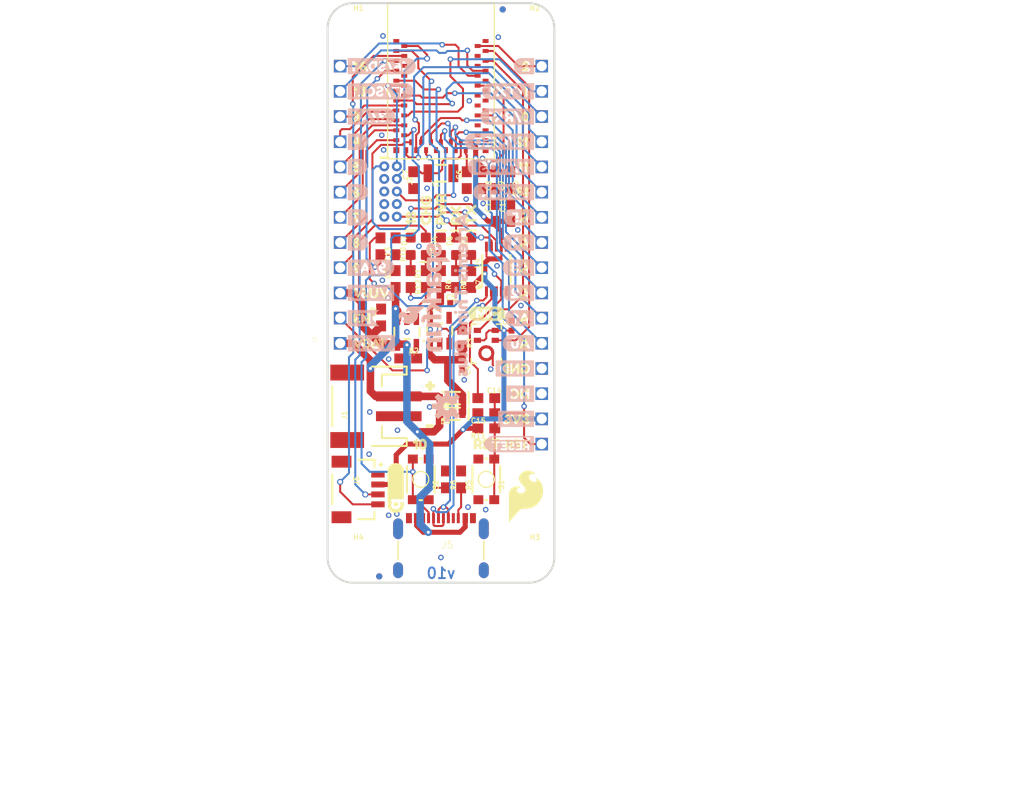
<source format=kicad_pcb>
(kicad_pcb (version 20211014) (generator pcbnew)
  (layers (0 "F.Cu" signal) (1 "In1.Cu" signal) (2 "In2.Cu" signal) (31 "B.Cu" signal) (34 "B.Paste" user) (35 "F.Paste" user) (36 "B.SilkS" user "B.Silkscreen") (37 "F.SilkS" user "F.Silkscreen") (38 "B.Mask" user) (39 "F.Mask" user) (44 "Edge.Cuts" user))
  (net 0 "")
  (net 1 "V_USB")
  (net 2 "GND")
  (net 3 "3.3V")
  (net 4 "V_BATT")
  (net 5 "N$10")
  (net 6 "SWDIO")
  (net 7 "~{RESET}")
  (net 8 "N$1")
  (net 9 "N$3")
  (net 10 "N$4")
  (net 11 "VIN")
  (net 12 "RXI-0")
  (net 13 "TXO-0")
  (net 14 "~{D11/MOSI}")
  (net 15 "~{D12/MISO}")
  (net 16 "~{D13/SCK}")
  (net 17 "SWDCK")
  (net 18 "PDMDATA")
  (net 19 "PDMCLK")
  (net 20 "BOOT")
  (net 21 "N$2")
  (net 22 "N$8")
  (net 23 "~{D3/A6}")
  (net 24 "~{D5}")
  (net 25 "~{D9/A7}")
  (net 26 "~{D23/A4}")
  (net 27 "~{D2}")
  (net 28 "~{D15/QWIIC_SCL}")
  (net 29 "D14/QWIIC_SDA")
  (net 30 "N$7")
  (net 31 "~{RTS}")
  (net 32 "N$5")
  (net 33 "N$9")
  (net 34 "SHLD")
  (net 35 "D-1")
  (net 36 "D+1")
  (net 37 "CC2")
  (net 38 "CC1")
  (net 39 "EN")
  (net 40 "~{D1/TXO-1}")
  (net 41 "~{D24/A5}")
  (net 42 "~{D8}")
  (net 43 "~{D6}")
  (net 44 "~{D7}")
  (net 45 "~{D0/RXI-1}")
  (net 46 "~{D4}")
  (net 47 "~{D22/A3}")
  (net 48 "~{D21/A2}")
  (net 49 "~{D19/A0}")
  (net 50 "~{D18/LED}")
  (net 51 "~{D20/A1}")
  (net 52 "D10/SWCH")
  (net 53 "~{D17/SCL1}")
  (net 54 "~{D16/SDA1}")
  (footprint "boardEagle:RX3" (layer "F.Cu") (at 150.0251 99.0981 90)
    (fp_text reference "U$32" hide)
    (fp_text value "" hide)
  )
  (footprint "boardEagle:3V314" (layer "F.Cu") (at 154.0891 117.7036)
    (fp_text reference "U$27" hide)
    (fp_text value "" hide)
  )
  (footprint "boardEagle:TP_15TH" (layer "F.Cu") (at 149.0726 97.7011)
    (fp_text reference "TP2" hide)
    (fp_text value "TEST-POINTTP_15TH_THRU" hide)
  )
  (footprint "boardEagle:1X12_SM_SQ_NOSILK" (layer "F.Cu") (at 138.3411 110.0836 90)
    (fp_text reference "J3")
    (fp_text value "")
  )
  (footprint "boardEagle:87" (layer "F.Cu") (at 138.6586 99.9236)
    (fp_text reference "U$8" hide)
    (fp_text value "" hide)
  )
  (footprint "boardEagle:76" (layer "F.Cu") (at 138.6586 97.3836)
    (fp_text reference "U$7" hide)
    (fp_text value "" hide)
  )
  (footprint "boardEagle:54" (layer "F.Cu") (at 138.7856 92.3036)
    (fp_text reference "U$5" hide)
    (fp_text value "" hide)
  )
  (footprint "boardEagle:100" (layer "F.Cu") (at 144.7546 120.2436)
    (fp_text reference "U$62" hide)
    (fp_text value "" hide)
  )
  (footprint "boardEagle:TACTILE_SWITCH_SMD_4.6X2.8MM" (layer "F.Cu") (at 146.4691 123.7996 -90)
    (fp_text reference "S2")
    (fp_text value "USER")
  )
  (footprint "boardEagle:QWIIC_5MM" (layer "F.Cu") (at 143.9291 124.6886 90)
    (fp_text reference "LOGO2" hide)
    (fp_text value "QWIIC_LOGO_5MM" hide)
  )
  (footprint "boardEagle:SOD-323" (layer "F.Cu") (at 149.5171 117.1956 180)
    (fp_text reference "D3")
    (fp_text value "3A/10V/280mV")
  )
  (footprint "boardEagle:98" (layer "F.Cu") (at 138.8491 102.4636)
    (fp_text reference "U$9" hide)
    (fp_text value "" hide)
  )
  (footprint "boardEagle:DUMMY" (layer "F.Cu") (at 124.3711 154.5336)
    (fp_text reference "FRAME2" hide)
    (fp_text value "FRAME-LETTERNO_PACKAGE" hide)
  )
  (footprint "boardEagle:MIC0" (layer "F.Cu") (at 151.1681 107.0991)
    (fp_text reference "U$66" hide)
    (fp_text value "" hide)
  )
  (footprint "boardEagle:CREATIVE_COMMONS" (layer "F.Cu") (at 124.3711 154.5336)
    (fp_text reference "FRAME1" hide)
    (fp_text value "FRAME-LETTER" hide)
  )
  (footprint "boardEagle:0603" (layer "F.Cu") (at 146.9771 103.6066 90)
    (fp_text reference "R1")
    (fp_text value "1k")
  )
  (footprint "boardEagle:TX4" (layer "F.Cu") (at 151.5491 99.0981 90)
    (fp_text reference "U$33" hide)
    (fp_text value "" hide)
  )
  (footprint "boardEagle:LED-0603" (layer "F.Cu") (at 148.5011 100.3046 90)
    (fp_text reference "D4")
    (fp_text value "RED")
  )
  (footprint "boardEagle:LED-0603" (layer "F.Cu") (at 145.4531 100.3046 90)
    (fp_text reference "D7")
    (fp_text value "BLUE")
  )
  (footprint "boardEagle:LED-0603" (layer "F.Cu") (at 150.0251 100.3046 90)
    (fp_text reference "D6")
    (fp_text value "Yellow")
  )
  (footprint "boardEagle:STAND-OFF" (layer "F.Cu") (at 157.3911 78.3336)
    (fp_text reference "H2")
    (fp_text value "STAND-OFF")
  )
  (footprint "boardEagle:VUSB9" (layer "F.Cu") (at 138.8491 105.0036)
    (fp_text reference "U$10" hide)
    (fp_text value "" hide)
  )
  (footprint "boardEagle:ARTEMIS_FP" (layer "F.Cu") (at 148.5011 84.1121 90)
    (fp_text reference "U3" hide)
    (fp_text value "ARTEMIS_MODULESMD" hide)
  )
  (footprint "boardEagle:MSOP10" (layer "F.Cu") (at 154.0891 102.5906 90)
    (fp_text reference "U4")
    (fp_text value "CH340E_MSOP10")
  )
  (footprint "boardEagle:SPH0641LM4H-1_MICROPHONE" (layer "F.Cu") (at 153.0731 110.0836)
    (fp_text reference "E1")
    (fp_text value "SPH0641LM4H")
  )
  (footprint "boardEagle:#0" (layer "F.Cu") (at 145.5166 114.1476)
    (fp_text reference "U$67" hide)
    (fp_text value "" hide)
  )
  (footprint "boardEagle:SOD-323" (layer "F.Cu") (at 149.5171 115.6081 180)
    (fp_text reference "D2")
    (fp_text value "3A/10V/280mV")
  )
  (footprint "boardEagle:1X16_SM_SQ_NOSILK" (layer "F.Cu") (at 158.6611 120.2436 90)
    (fp_text reference "J4")
    (fp_text value "")
  )
  (footprint "boardEagle:PWR2" (layer "F.Cu") (at 148.5011 99.0981 90)
    (fp_text reference "U$31" hide)
    (fp_text value "" hide)
  )
  (footprint "boardEagle:0603" (layer "F.Cu") (at 142.4051 100.3046 -90)
    (fp_text reference "C13")
    (fp_text value "0.1uF")
  )
  (footprint "boardEagle:184" (layer "F.Cu") (at 145.4531 99.0981 90)
    (fp_text reference "U$29" hide)
    (fp_text value "" hide)
  )
  (footprint "boardEagle:0603" (layer "F.Cu") (at 151.1046 93.6371 90)
    (fp_text reference "C6")
    (fp_text value "15pF")
  )
  (footprint "boardEagle:0603" (layer "F.Cu") (at 152.5651 93.6371 -90)
    (fp_text reference "C8")
    (fp_text value "10uF")
  )
  (footprint "boardEagle:0603" (layer "F.Cu") (at 154.0256 96.9391 90)
    (fp_text reference "C12")
    (fp_text value "10nF")
  )
  (footprint "boardEagle:JST-2-SMD" (layer "F.Cu") (at 140.5509 116.4336 90)
    (fp_text reference "J1")
    (fp_text value "")
  )
  (footprint "boardEagle:A218" (layer "F.Cu") (at 156.7561 106.8451 90)
    (fp_text reference "U$22" hide)
    (fp_text value "" hide)
  )
  (footprint "boardEagle:LED-0603" (layer "F.Cu") (at 146.9771 100.3046 -90)
    (fp_text reference "D1")
    (fp_text value "Yellow")
  )
  (footprint "boardEagle:0603" (layer "F.Cu") (at 145.4531 103.6066 -90)
    (fp_text reference "R12")
    (fp_text value "1k")
  )
  (footprint "boardEagle:VBAT11" (layer "F.Cu") (at 138.8491 110.0836)
    (fp_text reference "U$12" hide)
    (fp_text value "" hide)
  )
  (footprint "boardEagle:0603" (layer "F.Cu") (at 153.0731 118.6561 180)
    (fp_text reference "R11")
    (fp_text value "100k")
  )
  (footprint "boardEagle:A521" (layer "F.Cu") (at 156.8831 98.9076 90)
    (fp_text reference "U$19" hide)
    (fp_text value "" hide)
  )
  (footprint "boardEagle:0603" (layer "F.Cu") (at 153.0731 117.1321 180)
    (fp_text reference "C15")
    (fp_text value "1nF")
  )
  (footprint "boardEagle:0603" (layer "F.Cu") (at 145.7071 93.6371 90)
    (fp_text reference "C7")
    (fp_text value "15pF")
  )
  (footprint "boardEagle:0603" (layer "F.Cu") (at 143.9291 103.6066 90)
    (fp_text reference "C3")
    (fp_text value "4.7uF")
  )
  (footprint "boardEagle:A420" (layer "F.Cu") (at 156.8196 101.5111 90)
    (fp_text reference "U$20" hide)
    (fp_text value "" hide)
  )
  (footprint "boardEagle:JST04_1MM_RA" (layer "F.Cu") (at 142.1511 124.8156 -90)
    (fp_text reference "J6")
    (fp_text value "")
  )
  (footprint "boardEagle:TP_15TH" (layer "F.Cu") (at 140.8811 125.3236)
    (fp_text reference "TP5" hide)
    (fp_text value "TEST-POINTTP_15TH_THRU" hide)
  )
  (footprint "boardEagle:SOT23-5" (layer "F.Cu") (at 148.3741 108.8136)
    (fp_text reference "U2")
    (fp_text value "3.3V")
  )
  (footprint "boardEagle:1322" (layer "F.Cu") (at 155.3591 94.7801)
    (fp_text reference "U$18" hide)
    (fp_text value "" hide)
  )
  (footprint "boardEagle:025" (layer "F.Cu") (at 155.8036 87.2236)
    (fp_text reference "U$15" hide)
    (fp_text value "" hide)
  )
  (footprint "boardEagle:USB-C-16P" (layer "F.Cu") (at 148.5011 127.8636)
    (fp_text reference "J5")
    (fp_text value "USB-C" hide)
  )
  (footprint "boardEagle:GND13" (layer "F.Cu") (at 153.8986 112.6236)
    (fp_text reference "U$25" hide)
    (fp_text value "" hide)
  )
  (footprint "boardEagle:0603" (layer "F.Cu") (at 153.0731 115.6081)
    (fp_text reference "C14")
    (fp_text value "0.1uF")
  )
  (footprint "boardEagle:RST15" (layer "F.Cu") (at 154.2161 120.2436)
    (fp_text reference "U$28" hide)
    (fp_text value "" hide)
  )
  (footprint "boardEagle:RST1" (layer "F.Cu") (at 150.8506 120.2436)
    (fp_text reference "U$63" hide)
    (fp_text value "" hide)
  )
  (footprint "boardEagle:0603" (layer "F.Cu") (at 150.0251 103.6066 -90)
    (fp_text reference "R8")
    (fp_text value "1k")
  )
  (footprint "boardEagle:FIDUCIAL-MICRO" (layer "F.Cu") (at 154.7241 76.4286)
    (fp_text reference "FD2" hide)
    (fp_text value "FIDUCIALUFIDUCIAL" hide)
  )
  (footprint "boardEagle:#1" (layer "F.Cu") (at 145.5166 118.0846)
    (fp_text reference "U$68" hide)
    (fp_text value "" hide)
  )
  (footprint "boardEagle:CRYSTAL-SMD-3.2X1.5MM" (layer "F.Cu") (at 148.5011 92.9386 180)
    (fp_text reference "Y1")
    (fp_text value "32.768kHz")
  )
  (footprint "boardEagle:EN10" (layer "F.Cu") (at 138.8491 107.5436)
    (fp_text reference "U$11" hide)
    (fp_text value "" hide)
  )
  (footprint "boardEagle:SFE_LOGO_FLAME_.2" (layer "F.Cu") (at 157.0736 125.5141)
    (fp_text reference "U$65" hide)
    (fp_text value "" hide)
  )
  (footprint "boardEagle:0603" (layer "F.Cu") (at 151.5491 103.6066 -90)
    (fp_text reference "R7")
    (fp_text value "1k")
  )
  (footprint "boardEagle:A117" (layer "F.Cu") (at 156.8196 109.0676 90)
    (fp_text reference "U$23" hide)
    (fp_text value "" hide)
  )
  (footprint "boardEagle:A319" (layer "F.Cu") (at 156.8196 104.0511 90)
    (fp_text reference "U$21" hide)
    (fp_text value "" hide)
  )
  (footprint "boardEagle:43" (layer "F.Cu") (at 138.8491 89.7636)
    (fp_text reference "U$4" hide)
    (fp_text value "" hide)
  )
  (footprint "boardEagle:0603" (layer "F.Cu") (at 154.0256 93.6371 -90)
    (fp_text reference "C9")
    (fp_text value "1.0uF")
  )
  (footprint "boardEagle:TP_15TH" (layer "F.Cu") (at 152.5651 99.4156)
    (fp_text reference "TP3" hide)
    (fp_text value "TEST-POINTTP_15TH_THRU" hide)
  )
  (footprint "boardEagle:FIDUCIAL-MICRO" (layer "F.Cu") (at 142.2781 133.5786)
    (fp_text reference "FD4" hide)
    (fp_text value "FIDUCIALUFIDUCIAL" hide)
  )
  (footprint "boardEagle:0603" (layer "F.Cu") (at 150.6601 109.5121 -90)
    (fp_text reference "R3")
    (fp_text value "10k")
  )
  (footprint "boardEagle:0603" (layer "F.Cu") (at 150.5331 123.7996 -90)
    (fp_text reference "R5")
    (fp_text value "5.1k")
  )
  (footprint "boardEagle:LED-0603" (layer "F.Cu") (at 151.5491 100.3046 90)
    (fp_text reference "D5")
    (fp_text value "GREEN")
  )
  (footprint "boardEagle:STAND-OFF" (layer "F.Cu") (at 139.6111 131.6736)
    (fp_text reference "H4")
    (fp_text value "STAND-OFF")
  )
  (footprint "boardEagle:TP_15TH" (layer "F.Cu") (at 138.3411 124.0536)
    (fp_text reference "TP4" hide)
    (fp_text value "TEST-POINTTP_15TH_THRU" hide)
  )
  (footprint "boardEagle:0603" (layer "F.Cu") (at 145.1991 111.6076)
    (fp_text reference "R2")
    (fp_text value "2.0k")
  )
  (footprint "boardEagle:CHG1" (layer "F.Cu") (at 146.9771 99.0981 90)
    (fp_text reference "U$30" hide)
    (fp_text value "" hide)
  )
  (footprint "boardEagle:TP_15TH" (layer "F.Cu") (at 147.1041 81.3816)
    (fp_text reference "TP1" hide)
    (fp_text value "" hide)
  )
  (footprint "boardEagle:160" (layer "F.Cu") (at 138.7856 82.1436)
    (fp_text reference "U$1" hide)
    (fp_text value "" hide)
  )
  (footprint "boardEagle:0402-TIGHT" (layer "F.Cu") (at 155.6131 108.3056 90)
    (fp_text reference "C1")
    (fp_text value "0.1uF")
  )
  (footprint "boardEagle:32" (layer "F.Cu") (at 138.8491 87.2236)
    (fp_text reference "U$3" hide)
    (fp_text value "" hide)
  )
  (footprint "boardEagle:0603" (layer "F.Cu") (at 149.0091 123.7996 -90)
    (fp_text reference "R6")
    (fp_text value "5.1k")
  )
  (footprint "boardEagle:STAND-OFF" (layer "F.Cu") (at 139.6111 78.3336)
    (fp_text reference "H1")
    (fp_text value "STAND-OFF")
  )
  (footprint "boardEagle:0603" (layer "F.Cu") (at 155.4861 93.6371 -90)
    (fp_text reference "C10")
    (fp_text value "0.1uF")
  )
  (footprint "boardEagle:0603" (layer "F.Cu") (at 148.5011 103.6066 -90)
    (fp_text reference "R4")
    (fp_text value "1k")
  )
  (footprint "boardEagle:0603" (layer "F.Cu") (at 155.4861 96.9391 90)
    (fp_text reference "C11")
    (fp_text value "0.1uF")
  )
  (footprint "boardEagle:0603" (layer "F.Cu") (at 142.4686 107.4801 90)
    (fp_text reference "C2")
    (fp_text value "4.7uF")
  )
  (footprint "boardEagle:65" (layer "F.Cu") (at 138.8491 94.8436)
    (fp_text reference "U$6" hide)
    (fp_text value "" hide)
  )
  (footprint "boardEagle:1224" (layer "F.Cu") (at 155.1686 89.7636)
    (fp_text reference "U$17" hide)
    (fp_text value "" hide)
  )
  (footprint "boardEagle:227" (layer "F.Cu") (at 155.8036 82.1436)
    (fp_text reference "U$13" hide)
    (fp_text value "" hide)
  )
  (footprint "boardEagle:1123" (layer "F.Cu") (at 155.5496 92.3036)
    (fp_text reference "U$16" hide)
    (fp_text value "" hide)
  )
  (footprint "boardEagle:126" (layer "F.Cu") (at 155.8671 84.6836)
    (fp_text reference "U$14" hide)
    (fp_text value "" hide)
  )
  (footprint "boardEagle:TACTILE_SWITCH_SMD_4.6X2.8MM" (layer "F.Cu") (at 153.0731 123.7996 -90)
    (fp_text reference "S1")
    (fp_text value "RESET")
  )
  (footprint "boardEagle:NC12" (layer "F.Cu") (at 154.8511 115.1636)
    (fp_text reference "U$26" hide)
    (fp_text value "" hide)
  )
  (footprint "boardEagle:A016" (layer "F.Cu") (at 156.8196 111.7346 90)
    (fp_text reference "U$24" hide)
    (fp_text value "" hide)
  )
  (footprint "boardEagle:0402-TIGHT" (layer "F.Cu") (at 150.6601 112.2426 -90)
    (fp_text reference "C4")
    (fp_text value "1.0uF")
  )
  (footprint "boardEagle:0402-TIGHT" (layer "F.Cu") (at 148.9401 106.0196)
    (fp_text reference "C5")
    (fp_text value "1.0uF")
  )
  (footprint "boardEagle:171" (layer "F.Cu") (at 138.7856 84.6836)
    (fp_text reference "U$2" hide)
    (fp_text value "" hide)
  )
  (footprint "boardEagle:SOT23-5" (layer "F.Cu") (at 145.0721 108.9406 180)
    (fp_text reference "U1")
    (fp_text value "MCP73831")
  )
  (footprint "boardEagle:2X5-PTH-1.27MM-NO_SILK" (layer "F.Cu") (at 143.4211 94.7801 -90)
    (fp_text reference "J2")
    (fp_text value "CORTEX_DEBUG")
  )
  (footprint "boardEagle:STAND-OFF" (layer "F.Cu") (at 157.3911 131.6736)
    (fp_text reference "H3")
    (fp_text value "STAND-OFF")
  )
  (footprint "boardEagle:0603" (layer "F.Cu") (at 143.9291 100.3046 -90)
    (fp_text reference "R10")
    (fp_text value "220k")
  )
  (footprint "boardEagle:NC13" (layer "B.Cu") (at 158.376618 115.1636 180)
    (fp_text reference "U$47" hide)
    (fp_text value "" hide)
  )
  (footprint "boardEagle:A29" (layer "B.Cu") (at 158.417259 105.0036 180)
    (fp_text reference "U$43" hide)
    (fp_text value "" hide)
  )
  (footprint "boardEagle:614" (layer "B.Cu") (at 141.229081 94.8436 180)
    (fp_text reference "U$54" hide)
    (fp_text value "" hide)
  )
  (footprint "boardEagle:ARTEMIS_THING_PLUS0" (layer "B.Cu") (at 150.5331 95.8596 -90)
    (fp_text reference "U$64" hide)
    (fp_text value "" hide)
  )
  (footprint "boardEagle:9#A719" (layer "B.Cu") (at 143.8656 102.4636 180)
    (fp_text reference "U$57" hide)
    (fp_text value "" hide)
  )
  (footprint "boardEagle:412" (layer "B.Cu") (at 141.267181 89.7636 180)
    (fp_text reference "U$52" hide)
    (fp_text value "" hide)
  )
  (footprint "boardEagle:3V314" (layer "B.Cu") (at 158.417259 117.7036 180)
    (fp_text reference "U$48" hide)
    (fp_text value "" hide)
  )
  (footprint "boardEagle:A011" (layer "B.Cu") (at 158.417259 110.0836 180)
    (fp_text reference "U$45" hide)
    (fp_text value "" hide)
  )
  (footprint "boardEagle:11#MOSI4" (layer "B.Cu") (at 158.414718 92.3036 180)
    (fp_text reference "U$38" hide)
    (fp_text value "" hide)
  )
  (footprint "boardEagle:1#TX11" (layer "B.Cu") (at 158.417259 84.6836 180)
    (fp_text reference "U$35" hide)
    (fp_text value "" hide)
  )
  (footprint "boardEagle:EN26" (layer "B.Cu") (at 142.346681 107.5436 180)
    (fp_text reference "U$60" hide)
    (fp_text value "" hide)
  )
  (footprint "boardEagle:A110" (layer "B.Cu") (at 158.374081 107.5436 180)
    (fp_text reference "U$44" hide)
    (fp_text value "" hide)
  )
  (footprint "boardEagle:VUSB25" (layer "B.Cu") (at 144.305018 105.0036 180)
    (fp_text reference "U$59" hide)
    (fp_text value "" hide)
  )
  (footprint "boardEagle:816" (layer "B.Cu") (at 141.224 99.9236 180)
    (fp_text reference "U$56" hide)
    (fp_text value "" hide)
  )
  (footprint "boardEagle:GND12" (layer "B.Cu") (at 158.376618 112.6236 180)
    (fp_text reference "U$46" hide)
    (fp_text value "" hide)
  )
  (footprint "boardEagle:17#SCL13" (layer "B.Cu") (at 145.7833 84.6836 180)
    (fp_text reference "U$51" hide)
    (fp_text value "" hide)
  )
  (footprint "boardEagle:A47" (layer "B.Cu") (at 158.374081 99.9236 180)
    (fp_text reference "U$41" hide)
    (fp_text value "" hide)
  )
  (footprint "boardEagle:#RESET15" (layer "B.Cu") (at 158.5341 120.2436 180)
    (fp_text reference "U$49" hide)
    (fp_text value "" hide)
  )
  (footprint "boardEagle:FIDUCIAL-MICRO" (layer "B.Cu") (at 142.2781 133.5786 180)
    (fp_text reference "FD3" hide)
    (fp_text value "FIDUCIALUFIDUCIAL" hide)
  )
  (footprint "boardEagle:0#RX12" (layer "B.Cu") (at 158.376618 87.2236 180)
    (fp_text reference "U$36" hide)
    (fp_text value "" hide)
  )
  (footprint "boardEagle:OSHW-LOGO-S" (layer "B.Cu") (at 149.1361 116.4336 -90)
    (fp_text reference "LOGO1" hide)
    (fp_text value "OSHW-LOGOS" hide)
  )
  (footprint "boardEagle:20" (layer "B.Cu") (at 158.417259 82.1436 180)
    (fp_text reference "U$34" hide)
    (fp_text value "" hide)
  )
  (footprint "boardEagle:A56" (layer "B.Cu") (at 158.376618 97.3836 180)
    (fp_text reference "U$40" hide)
    (fp_text value "" hide)
  )
  (footprint "boardEagle:12#MISO3" (layer "B.Cu") (at 158.376618 89.7636 180)
    (fp_text reference "U$37" hide)
    (fp_text value "" hide)
  )
  (footprint "boardEagle:VBAT27" (layer "B.Cu") (at 144.3482 110.0836 180)
    (fp_text reference "U$61" hide)
    (fp_text value "" hide)
  )
  (footprint "boardEagle:16#SDA12" (layer "B.Cu") (at 146.0246 82.1436 180)
    (fp_text reference "U$50" hide)
    (fp_text value "" hide)
  )
  (footprint "boardEagle:13#SCK5" (layer "B.Cu") (at 158.417259 94.8436 180)
    (fp_text reference "U$39" hide)
    (fp_text value "" hide)
  )
  (footprint "boardEagle:SFE_LOGO_NAME_FLAME_.1" (layer "B.Cu") (at 147.9296 105.5116 -90)
    (fp_text reference "LOGO3" hide)
    (fp_text value "SFE_LOGO_NAME_FLAME.1_INCH" hide)
  )
  (footprint "boardEagle:715" (layer "B.Cu") (at 141.22654 97.3836 180)
    (fp_text reference "U$55" hide)
    (fp_text value "" hide)
  )
  (footprint "boardEagle:A38" (layer "B.Cu") (at 158.414718 102.4636 180)
    (fp_text reference "U$42" hide)
    (fp_text value "" hide)
  )
  (footprint "boardEagle:513" (layer "B.Cu") (at 141.1859 92.3036 180)
    (fp_text reference "U$53" hide)
    (fp_text value "" hide)
  )
  (footprint "boardEagle:FIDUCIAL-MICRO" (layer "B.Cu") (at 154.7241 76.4286 180)
    (fp_text reference "FD1" hide)
    (fp_text value "FIDUCIALUFIDUCIAL" hide)
  )
  (footprint "boardEagle:3#A60" (layer "B.Cu") (at 143.949418 87.2236 180)
    (fp_text reference "U$58" hide)
    (fp_text value "" hide)
  )
  (gr_line (start 157.3911 75.7936) (end 139.6111 75.7936) (layer "Edge.Cuts") (width 0.2032))
  (gr_arc (start 139.6111 134.2136) (mid 137.815049 133.469651) (end 137.0711 131.6736) (layer "Edge.Cuts") (width 0.2032))
  (gr_arc (start 137.0711 78.3336) (mid 137.815049 76.537549) (end 139.6111 75.7936) (layer "Edge.Cuts") (width 0.2032))
  (gr_line (start 137.0711 78.3336) (end 137.0711 131.6736) (layer "Edge.Cuts") (width 0.2032))
  (gr_line (start 159.9311 131.6736) (end 159.9311 78.3336) (layer "Edge.Cuts") (width 0.2032))
  (gr_arc (start 157.3911 75.7936) (mid 159.187151 76.537549) (end 159.9311 78.3336) (layer "Edge.Cuts") (width 0.2032))
  (gr_arc (start 159.9311 131.6736) (mid 159.187151 133.469651) (end 157.3911 134.2136) (layer "Edge.Cuts") (width 0.2032))
  (gr_line (start 139.6111 134.2136) (end 157.3911 134.2136) (layer "Edge.Cuts") (width 0.2032))
  (gr_text "v10" (at 148.5011 133.8961) (layer "B.Cu") (effects (font (size 1.0795 1.0795) (thickness 0.1905)) (justify bottom mirror)))
  (segment (start 148.3671 118.4091) (end 147.77085 119.00535) (width 0.762) (layer "F.Cu") (net 1))
  (segment (start 139.9286 105.3846) (end 140.5001 105.9561) (width 0.762) (layer "F.Cu") (net 1))
  (segment (start 150.9511 127.7096) (end 150.9511 128.5886) (width 0.508) (layer "F.Cu") (net 1))
  (segment (start 148.3671 117.1956) (end 148.3671 118.4091) (width 0.762) (layer "F.Cu") (net 1))
  (segment (start 141.61135 109.35335) (end 141.61135 109.18735) (width 0.8128) (layer "F.Cu") (net 1))
  (segment (start 142.4296 110.1716) (end 141.61135 109.35335) (width 0.8128) (layer "F.Cu") (net 1))
  (segment (start 141.8209 98.2218) (end 140.2461 99.7966) (width 0.2032) (layer "F.Cu") (net 1))
  (segment (start 146.0511 128.4616) (end 146.7231 129.1336) (width 0.508) (layer "F.Cu") (net 1))
  (segment (start 150.9511 128.5886) (end 150.4061 129.1336) (width 0.508) (layer "F.Cu") (net 1))
  (segment (start 140.2461 105.0671) (end 139.9286 105.3846) (width 0.2032) (layer "F.Cu") (net 1))
  (segment (start 146.0511 127.7096) (end 146.0511 128.4616) (width 0.508) (layer "F.Cu") (net 1))
  (segment (start 140.5001 107.4166) (end 140.5001 105.9561) (width 0.762) (layer "F.Cu") (net 1))
  (segment (start 141.61135 109.18735) (end 142.4686 108.3301) (width 0.8128) (layer "F.Cu") (net 1))
  (segment (start 143.2551 110.1716) (end 142.4296 110.1716) (width 0.8128) (layer "F.Cu") (net 1))
  (segment (start 147.2311 129.1336) (end 146.7231 129.1336) (width 0.508) (layer "F.Cu") (net 1))
  (segment (start 146.9771 98.7806) (end 146.9771 99.4276) (width 0.2032) (layer "F.Cu") (net 1))
  (segment (start 147.77085 119.00535) (end 146.11985 119.00535) (width 0.762) (layer "F.Cu") (net 1))
  (segment (start 139.5476 105.0036) (end 139.9286 105.3846) (width 0.762) (layer "F.Cu") (net 1))
  (segment (start 146.4183 98.2218) (end 141.8209 98.2218) (width 0.2032) (layer "F.Cu") (net 1))
  (segment (start 140.5001 108.2421) (end 140.5001 107.4166) (width 0.8128) (layer "F.Cu") (net 1))
  (segment (start 138.3411 105.0036) (end 139.5476 105.0036) (width 0.762) (layer "F.Cu") (net 1))
  (segment (start 150.4061 129.1336) (end 147.2311 129.1336) (width 0.508) (layer "F.Cu") (net 1))
  (segment (start 146.4183 98.2218) (end 146.9771 98.7806) (width 0.2032) (layer "F.Cu") (net 1))
  (segment (start 145.0721 110.2407) (end 145.003 110.1716) (width 0.762) (layer "F.Cu") (net 1))
  (segment (start 144.1221 110.1716) (end 144.1221 110.2407) (width 0.762) (layer "F.Cu") (net 1))
  (segment (start 140.2461 99.7966) (end 140.2461 105.0671) (width 0.2032) (layer "F.Cu") (net 1))
  (segment (start 144.1221 110.1716) (end 143.2551 110.1716) (width 0.762) (layer "F.Cu") (net 1))
  (segment (start 145.003 110.1716) (end 144.1221 110.1716) (width 0.762) (layer "F.Cu") (net 1))
  (segment (start 141.61135 109.35335) (end 140.5001 108.2421) (width 0.8128) (layer "F.Cu") (net 1))
  (via (at 146.11985 119.00535) (size 0.5588) (drill 0.3048) (layers "F.Cu" "B.Cu") (net 1))
  (via (at 147.2311 129.1336) (size 0.5588) (drill 0.3048) (layers "F.Cu" "B.Cu") (net 1))
  (via (at 145.0721 110.2407) (size 0.5588) (drill 0.3048) (layers "F.Cu" "B.Cu") (net 1))
  (segment (start 146.4056 125.5776) (end 146.4056 128.3081) (width 0.762) (layer "B.Cu") (net 1))
  (segment (start 145.0721 117.9576) (end 145.0721 110.2407) (width 0.762) (layer "B.Cu") (net 1))
  (segment (start 146.11985 119.00535) (end 145.0721 117.9576) (width 0.762) (layer "B.Cu") (net 1))
  (segment (start 146.4056 128.3081) (end 147.2311 129.1336) (width 0.762) (layer "B.Cu") (net 1))
  (segment (start 147.3581 120.2436) (end 147.3581 124.6251) (width 0.762) (layer "B.Cu") (net 1))
  (segment (start 147.3581 120.2436) (end 146.11985 119.00535) (width 0.762) (layer "B.Cu") (net 1))
  (segment (start 147.3581 124.6251) (end 146.4056 125.5776) (width 0.762) (layer "B.Cu") (net 1))
  (segment (start 153.1199 110.4804) (end 153.322956 110.4804) (width 0.2032) (layer "F.Cu") (net 2))
  (segment (start 152.4231 111.0836) (end 152.4699 111.1304) (width 0.2032) (layer "F.Cu") (net 2))
  (segment (start 153.7231 111.0836) (end 153.7231 112.2576) (width 0.2032) (layer "F.Cu") (net 2))
  (segment (start 153.0263 111.6868) (end 153.0731 111.7336) (width 0.2032) (layer "F.Cu") (net 2))
  (segment (start 152.4699 111.0368) (end 152.4231 111.0836) (width 0.2032) (layer "F.Cu") (net 2))
  (segment (start 153.0731 110.4336) (end 153.1199 110.4804) (width 0.2032) (layer "F.Cu") (net 2))
  (segment (start 153.7231 112.2576) (end 153.7716 112.3061) (width 0.2032) (layer "F.Cu") (net 2))
  (segment (start 153.0263 110.4804) (end 152.823243 110.4804) (width 0.2032) (layer "F.Cu") (net 2))
  (segment (start 153.6763 110.833744) (end 153.6763 111.0368) (width 0.2032) (layer "F.Cu") (net 2))
  (segment (start 153.6763 111.0368) (end 153.7231 111.0836) (width 0.2032) (layer "F.Cu") (net 2))
  (segment (start 152.4699 111.1304) (end 152.4699 111.333457) (width 0.2032) (layer "F.Cu") (net 2))
  (segment (start 152.4699 110.833744) (end 152.4699 111.0368) (width 0.2032) (layer "F.Cu") (net 2))
  (segment (start 152.823243 110.4804) (end 152.4699 110.833744) (width 0.2032) (layer "F.Cu") (net 2))
  (segment (start 153.0731 110.4336) (end 153.0263 110.4804) (width 0.2032) (layer "F.Cu") (net 2))
  (segment (start 153.322956 110.4804) (end 153.6763 110.833744) (width 0.2032) (layer "F.Cu") (net 2))
  (segment (start 152.4699 111.333457) (end 152.823243 111.6868) (width 0.2032) (layer "F.Cu") (net 2))
  (segment (start 152.823243 111.6868) (end 153.0263 111.6868) (width 0.2032) (layer "F.Cu") (net 2))
  (via (at 142.7226 90.5891) (size 0.5588) (drill 0.3048) (layers "F.Cu" "B.Cu") (net 2))
  (via (at 148.3106 98.2726) (size 0.5588) (drill 0.3048) (layers "F.Cu" "B.Cu") (net 2))
  (via (at 142.5321 89.105741) (size 0.5588) (drill 0.3048) (layers "F.Cu" "B.Cu") (net 2))
  (via (at 147.4216 108.6866) (size 0.5588) (drill 0.3048) (layers "F.Cu" "B.Cu") (net 2))
  (via (at 142.6591 79.0956) (size 0.5588) (drill 0.3048) (layers "F.Cu" "B.Cu") (net 2))
  (via (at 144.1196 118.8466) (size 0.5588) (drill 0.3048) (layers "F.Cu" "B.Cu") (net 2))
  (via (at 147.1041 94.4626) (size 0.5588) (drill 0.3048) (layers "F.Cu" "B.Cu") (net 2))
  (via (at 144.0561 127.2921) (size 0.5588) (drill 0.3048) (layers "F.Cu" "B.Cu") (net 2))
  (via (at 154.1526 102.2731) (size 0.5588) (drill 0.3048) (layers "F.Cu" "B.Cu") (net 2))
  (via (at 156.5656 106.2736) (size 0.5588) (drill 0.3048) (layers "F.Cu" "B.Cu") (net 2))
  (via (at 151.2316 126.5936) (size 0.5588) (drill 0.3048) (layers "F.Cu" "B.Cu") (net 2))
  (via (at 153.0096 126.8476) (size 0.5588) (drill 0.3048) (layers "F.Cu" "B.Cu") (net 2))
  (via (at 153.5176 112.6871) (size 0.5588) (drill 0.3048) (layers "F.Cu" "B.Cu") (net 2))
  (via (at 143.2306 111.6711) (size 0.5588) (drill 0.3048) (layers "F.Cu" "B.Cu") (net 2))
  (via (at 143.2306 127.4191) (size 0.5588) (drill 0.3048) (layers "F.Cu" "B.Cu") (net 2))
  (via (at 152.6921 91.44) (size 0.5588) (drill 0.3048) (layers "F.Cu" "B.Cu") (net 2))
  (via (at 150.8506 113.7666) (size 0.5588) (drill 0.3048) (layers "F.Cu" "B.Cu") (net 2))
  (via (at 151.3586 85.6361) (size 0.5588) (drill 0.3048) (layers "F.Cu" "B.Cu") (net 2))
  (via (at 152.7556 95.9866) (size 0.5588) (drill 0.3048) (layers "F.Cu" "B.Cu") (net 2))
  (via (at 141.3256 117.0051) (size 0.5588) (drill 0.3048) (layers "F.Cu" "B.Cu") (net 2))
  (via (at 154.2796 79.2226) (size 0.5588) (drill 0.3048) (layers "F.Cu" "B.Cu") (net 2))
  (via (at 147.3581 116.4971) (size 0.5588) (drill 0.3048) (layers "F.Cu" "B.Cu") (net 2))
  (via (at 146.2786 100.3046) (size 0.5588) (drill 0.3048) (layers "F.Cu" "B.Cu") (net 2))
  (via (at 141.2621 121.2596) (size 0.5588) (drill 0.3048) (layers "F.Cu" "B.Cu") (net 2))
  (via (at 156.2481 98.6536) (size 0.5588) (drill 0.3048) (layers "F.Cu" "B.Cu") (net 2))
  (via (at 142.5956 103.7336) (size 0.5588) (drill 0.3048) (layers "F.Cu" "B.Cu") (net 2))
  (via (at 145.0721 108.9406) (size 0.5588) (drill 0.3048) (layers "F.Cu" "B.Cu") (net 2))
  (via (at 143.1671 105.5116) (size 0.5588) (drill 0.3048) (layers "F.Cu" "B.Cu") (net 2))
  (via (at 151.0411 95.5421) (size 0.5588) (drill 0.3048) (layers "F.Cu" "B.Cu") (net 2))
  (segment (start 154.0256 97.7891) (end 153.2636 97.7891) (width 0.508) (layer "F.Cu") (net 3))
  (segment (start 152.8651 109.7836) (end 153.0731 109.5756) (width 0.2032) (layer "F.Cu") (net 3))
  (segment (start 154.0256 92.7871) (end 152.5651 92.7871) (width 0.508) (layer "F.Cu") (net 3))
  (segment (start 152.5651 92.7871) (end 152.5651 92.2156) (width 0.508) (layer "F.Cu") (net 3))
  (segment (start 145.0721 120.2436) (end 143.9926 121.3231) (width 0.508) (layer "F.Cu") (net 3))
  (segment (start 143.4766 124.3156) (end 142.1511 124.3156) (width 0.508) (layer "F.Cu") (net 3))
  (segment (start 152.0011 90.3121) (end 152.0011 90.6121) (width 0.508) (layer "F.Cu") (net 3))
  (segment (start 152.9266 101.9751) (end 153.3271 101.5746) (width 0.508) (layer "F.Cu") (net 3))
  (segment (start 153.0891 100.3406) (end 153.0891 101.3366) (width 0.2032) (layer "F.Cu") (net 3))
  (segment (start 153.3571 108.7836) (end 153.9731 108.7836) (width 0.2032) (layer "F.Cu") (net 3))
  (segment (start 155.4861 92.7871) (end 154.0256 92.7871) (width 0.508) (layer "F.Cu") (net 3))
  (segment (start 150.8506 118.6561) (end 150.7236 118.7831) (width 0.508) (layer "F.Cu") (net 3))
  (segment (start 153.0891 101.3366) (end 153.3271 101.5746) (width 0.2032) (layer "F.Cu") (net 3))
  (segment (start 152.0011 91.4071) (end 151.9936 91.4146) (width 0.508) (layer "F.Cu") (net 3))
  (segment (start 152.0011 90.6121) (end 152.0011 91.4071) (width 0.508) (layer "F.Cu") (net 3))
  (segment (start 147.4241 107.5135) (end 147.4241 106.5251) (width 0.508) (layer "F.Cu") (net 3))
  (segment (start 153.2636 97.7891) (end 152.8191 97.3446) (width 0.508) (layer "F.Cu") (net 3))
  (segment (start 148.3741 96.0501) (end 151.5491 96.0501) (width 0.2032) (layer "F.Cu") (net 3))
  (segment (start 153.9731 108.7836) (end 154.8511 108.7836) (width 0.2032) (layer "F.Cu") (net 3))
  (segment (start 153.0731 109.0676) (end 153.3571 108.7836) (width 0.2032) (layer "F.Cu") (net 3))
  (segment (start 152.1731 109.7836) (end 152.8651 109.7836) (width 0.2032) (layer "F.Cu") (net 3))
  (segment (start 152.9266 103.0791) (end 152.9266 101.9751) (width 0.508) (layer "F.Cu") (net 3))
  (segment (start 154.5891 101.5746) (end 154.5891 100.3406) (width 0.2032) (layer "F.Cu") (net 3))
  (segment (start 143.9926 121.3231) (end 143.9926 123.7996) (width 0.508) (layer "F.Cu") (net 3))
  (segment (start 154.5891 99.4791) (end 154.5891 98.7726) (width 0.508) (layer "F.Cu") (net 3))
  (segment (start 154.8511 108.7836) (end 154.8731 108.8056) (width 0.2032) (layer "F.Cu") (net 3))
  (segment (start 143.9926 123.7996) (end 143.4766 124.3156) (width 0.508) (layer "F.Cu") (net 3))
  (segment (start 154.4701 101.5746) (end 154.5891 101.5746) (width 0.2032) (layer "F.Cu") (net 3))
  (segment (start 152.8191 97.3201) (end 152.8191 97.3446) (width 0.508) (layer "F.Cu") (net 3))
  (segment (start 147.9296 96.4946) (end 148.3741 96.0501) (width 0.2032) (layer "F.Cu") (net 3))
  (segment (start 153.0731 109.5756) (end 153.0731 109.0676) (width 0.2032) (layer "F.Cu") (net 3))
  (segment (start 152.2231 118.6561) (end 150.8506 118.6561) (width 0.508) (layer "F.Cu") (net 3))
  (segment (start 149.2631 120.2436) (end 145.0721 120.2436) (width 0.508) (layer "F.Cu") (net 3))
  (segment (start 148.4401 106.0196) (end 148.4401 104.5176) (width 0.762) (layer "F.Cu") (net 3))
  (segment (start 148.4401 104.5176) (end 148.5011 104.4566) (width 0.762) (layer "F.Cu") (net 3))
  (segment (start 155.6131 108.8056) (end 154.8731 108.8056) (width 0.2032) (layer "F.Cu") (net 3))
  (segment (start 152.9266 103.0791) (end 151.5491 104.4566) (width 0.508) (layer "F.Cu") (net 3))
  (segment (start 154.5891 100.3406) (end 154.5891 99.4791) (width 0.2032) (layer "F.Cu") (net 3))
  (segment (start 155.4861 97.7891) (end 154.0256 97.7891) (width 0.508) (layer "F.Cu") (net 3))
  (segment (start 151.5491 96.0501) (end 152.8191 97.3201) (width 0.2032) (layer "F.Cu") (net 3))
  (segment (start 152.5651 92.2156) (end 151.9936 91.6441) (width 0.508) (layer "F.Cu") (net 3))
  (segment (start 147.4241 106.5251) (end 147.9296 106.0196) (width 0.508) (layer "F.Cu") (net 3))
  (segment (start 151.5491 104.4566) (end 150.0251 104.4566) (width 0.508) (layer "F.Cu") (net 3))
  (segment (start 154.5891 98.7726) (end 154.0256 98.2091) (width 0.508) (layer "F.Cu") (net 3))
  (segment (start 147.9296 106.0196) (end 148.4401 106.0196) (width 0.508) (layer "F.Cu") (net 3))
  (segment (start 150.0251 104.4566) (end 148.5011 104.4566) (width 0.762) (layer "F.Cu") (net 3))
  (segment (start 150.7236 118.7831) (end 149.2631 120.2436) (width 0.508) (layer "F.Cu") (net 3))
  (segment (start 151.5011 89.8121) (end 152.0011 90.3121) (width 0.508) (layer "F.Cu") (net 3))
  (segment (start 145.4785 96.4946) (end 147.9296 96.4946) (width 0.2032) (layer "F.Cu") (net 3))
  (segment (start 151.9936 91.4146) (end 151.9936 91.6441) (width 0.508) (layer "F.Cu") (net 3))
  (segment (start 154.0256 97.7891) (end 154.0256 98.2091) (width 0.508) (layer "F.Cu") (net 3))
  (segment (start 153.3271 101.5746) (end 154.4701 101.5746) (width 0.508) (layer "F.Cu") (net 3))
  (via (at 154.8511 108.7836) (size 0.5588) (drill 0.3048) (layers "F.Cu" "B.Cu") (net 3))
  (via (at 152.8191 97.3201) (size 0.5588) (drill 0.3048) (layers "F.Cu" "B.Cu") (net 3))
  (via (at 152.9266 103.0791) (size 0.5588) (drill 0.3048) (layers "F.Cu" "B.Cu") (net 3))
  (via (at 150.7236 118.7831) (size 0.5588) (drill 0.3048) (layers "F.Cu" "B.Cu") (net 3))
  (via (at 145.4785 96.4946) (size 0.5588) (drill 0.3048) (layers "F.Cu" "B.Cu") (net 3))
  (via (at 151.9936 91.4146) (size 0.5588) (drill 0.3048) (layers "F.Cu" "B.Cu") (net 3))
  (segment (start 153.9426 104.7301) (end 153.9426 107.8751) (width 0.508) (layer "B.Cu") (net 3))
  (segment (start 151.9936 91.4146) (end 151.9936 96.4946) (width 0.508) (layer "B.Cu") (net 3))
  (segment (start 154.8511 108.7836) (end 153.9426 107.8751) (width 0.508) (layer "B.Cu") (net 3))
  (segment (start 154.8511 108.7836) (end 154.8511 117.7036) (width 0.508) (layer "B.Cu") (net 3))
  (segment (start 151.8031 117.7036) (end 150.7236 118.7831) (width 0.508) (layer "B.Cu") (net 3))
  (segment (start 141.6177 97.8662) (end 142.3162 98.5647) (width 0.2032) (layer "B.Cu") (net 3))
  (segment (start 158.6611 117.7036) (end 154.8511 117.7036) (width 0.508) (layer "B.Cu") (net 3))
  (segment (start 145.4785 97.9297) (end 144.8435 98.5647) (width 0.2032) (layer "B.Cu") (net 3))
  (segment (start 142.7861 92.2401) (end 141.9606 92.2401) (width 0.2032) (layer "B.Cu") (net 3))
  (segment (start 152.9266 103.7141) (end 152.9266 103.0791) (width 0.508) (layer "B.Cu") (net 3))
  (segment (start 153.9426 104.7301) (end 152.9266 103.7141) (width 0.508) (layer "B.Cu") (net 3))
  (segment (start 141.9606 92.2401) (end 141.6177 92.583) (width 0.2032) (layer "B.Cu") (net 3))
  (segment (start 151.9936 96.4946) (end 152.8191 97.3201) (width 0.508) (layer "B.Cu") (net 3))
  (segment (start 154.8511 117.7036) (end 151.8031 117.7036) (width 0.508) (layer "B.Cu") (net 3))
  (segment (start 141.6177 92.583) (end 141.6177 97.8662) (width 0.2032) (layer "B.Cu") (net 3))
  (segment (start 144.8435 98.5647) (end 142.3162 98.5647) (width 0.2032) (layer "B.Cu") (net 3))
  (segment (start 145.4785 96.4946) (end 145.4785 97.9297) (width 0.2032) (layer "B.Cu") (net 3))
  (segment (start 144.2509 115.4336) (end 148.1926 115.4336) (width 0.762) (layer "F.Cu") (net 4))
  (segment (start 141.3891 114.9096) (end 141.9131 115.4336) (width 0.762) (layer "F.Cu") (net 4))
  (segment (start 148.3671 115.6081) (end 148.1926 115.4336) (width 0.762) (layer "F.Cu") (net 4))
  (segment (start 144.1221 106.7841) (end 144.1221 107.6405) (width 0.762) (layer "F.Cu") (net 4))
  (segment (start 143.9291 106.5911) (end 144.1221 106.7841) (width 0.762) (layer "F.Cu") (net 4))
  (segment (start 143.9291 106.5911) (end 143.9291 104.4566) (width 0.762) (layer "F.Cu") (net 4))
  (segment (start 141.3891 111.7981) (end 141.3891 112.6236) (width 0.762) (layer "F.Cu") (net 4))
  (segment (start 138.3411 110.0836) (end 139.6746 110.0836) (width 0.762) (layer "F.Cu") (net 4))
  (segment (start 141.3891 111.7981) (end 139.6746 110.0836) (width 0.762) (layer "F.Cu") (net 4))
  (segment (start 141.9131 115.4336) (end 144.2509 115.4336) (width 0.762) (layer "F.Cu") (net 4))
  (segment (start 141.3891 112.6236) (end 141.3891 114.9096) (width 0.762) (layer "F.Cu") (net 4))
  (via (at 143.9291 106.5911) (size 0.5588) (drill 0.3048) (layers "F.Cu" "B.Cu") (net 4))
  (via (at 141.3891 112.6236) (size 0.5588) (drill 0.3048) (layers "F.Cu" "B.Cu") (net 4))
  (segment (start 143.9291 106.5911) (end 143.9291 109.8296) (width 0.762) (layer "B.Cu") (net 4))
  (segment (start 143.9291 109.8296) (end 141.3891 112.3696) (width 0.762) (layer "B.Cu") (net 4))
  (segment (start 141.3891 112.3696) (end 141.3891 112.6236) (width 0.762) (layer "B.Cu") (net 4))
  (segment (start 148.5011 101.1816) (end 148.5011 102.7566) (width 0.2032) (layer "F.Cu") (net 5))
  (segment (start 144.8011 84.1121) (end 143.1671 84.1121) (width 0.2032) (layer "F.Cu") (net 6))
  (via (at 143.1671 84.1121) (size 0.5588) (drill 0.3048) (layers "F.Cu" "B.Cu") (net 6))
  (segment (start 144.0561 85.0011) (end 144.0561 92.2401) (width 0.2032) (layer "B.Cu") (net 6))
  (segment (start 143.1671 84.1121) (end 144.0561 85.0011) (width 0.2032) (layer "B.Cu") (net 6))
  (segment (start 157.5181 120.2436) (end 158.6611 120.2436) (width 0.2032) (layer "F.Cu") (net 7))
  (segment (start 156.8831 119.6086) (end 157.5181 120.2436) (width 0.2032) (layer "F.Cu") (net 7))
  (segment (start 156.8831 117.7036) (end 156.8831 119.6086) (width 0.2032) (layer "F.Cu") (net 7))
  (segment (start 152.2011 84.1121) (end 153.6446 84.1121) (width 0.2032) (layer "F.Cu") (net 7))
  (segment (start 153.8731 121.7496) (end 153.8731 125.8496) (width 0.2032) (layer "F.Cu") (net 7))
  (segment (start 153.9231 117.1321) (end 156.8831 117.1321) (width 0.2032) (layer "F.Cu") (net 7))
  (segment (start 153.6446 84.1121) (end 154.813 85.2805) (width 0.2032) (layer "F.Cu") (net 7))
  (segment (start 156.8831 117.1321) (end 156.8831 117.7036) (width 0.2032) (layer "F.Cu") (net 7))
  (segment (start 153.9231 121.6996) (end 153.8731 121.7496) (width 0.2032) (layer "F.Cu") (net 7))
  (segment (start 154.813 90.9447) (end 154.0256 91.7321) (width 0.2032) (layer "F.Cu") (net 7))
  (segment (start 154.0256 91.7321) (end 153.3271 91.7321) (width 0.2032) (layer "F.Cu") (net 7))
  (segment (start 153.9231 115.6081) (end 153.9231 117.1321) (width 0.2032) (layer "F.Cu") (net 7))
  (segment (start 153.9231 118.6561) (end 153.9231 121.6996) (width 0.2032) (layer "F.Cu") (net 7))
  (segment (start 156.8831 116.4336) (end 156.8831 117.1321) (width 0.2032) (layer "F.Cu") (net 7))
  (segment (start 150.9141 96.8756) (end 148.6281 96.8756) (width 0.2032) (layer "F.Cu") (net 7))
  (segment (start 154.813 85.2805) (end 154.813 90.9447) (width 0.2032) (layer "F.Cu") (net 7))
  (segment (start 153.9231 118.6561) (end 153.9231 117.1321) (width 0.2032) (layer "F.Cu") (net 7))
  (segment (start 148.6281 96.8756) (end 148.1836 97.3201) (width 0.2032) (layer "F.Cu") (net 7))
  (segment (start 144.0561 97.3201) (end 148.1836 97.3201) (width 0.2032) (layer "F.Cu") (net 7))
  (via (at 156.8831 116.4336) (size 0.5588) (drill 0.3048) (layers "F.Cu" "B.Cu") (net 7))
  (via (at 153.3271 91.7321) (size 0.5588) (drill 0.3048) (layers "F.Cu" "B.Cu") (net 7))
  (via (at 150.9141 96.8756) (size 0.5588) (drill 0.3048) (layers "F.Cu" "B.Cu") (net 7))
  (segment (start 153.3906 100.6856) (end 154.7241 102.0191) (width 0.2032) (layer "B.Cu") (net 7))
  (segment (start 153.6446 97.0026) (end 153.3271 96.6851) (width 0.2032) (layer "B.Cu") (net 7))
  (segment (start 154.7241 102.0191) (end 154.7241 107.4801) (width 0.2032) (layer "B.Cu") (net 7))
  (segment (start 154.7241 107.4801) (end 156.8831 109.6391) (width 0.2032) (layer "B.Cu") (net 7))
  (segment (start 152.2476 98.2091) (end 153.3906 98.2091) (width 0.2032) (layer "B.Cu") (net 7))
  (segment (start 150.9141 96.8756) (end 152.2476 98.2091) (width 0.2032) (layer "B.Cu") (net 7))
  (segment (start 153.3906 98.2091) (end 153.6446 97.9551) (width 0.2032) (layer "B.Cu") (net 7))
  (segment (start 153.3271 91.7321) (end 153.3271 96.6851) (width 0.2032) (layer "B.Cu") (net 7))
  (segment (start 153.6446 97.9551) (end 153.6446 97.0026) (width 0.2032) (layer "B.Cu") (net 7))
  (segment (start 153.3906 100.6856) (end 153.3906 98.2091) (width 0.2032) (layer "B.Cu") (net 7))
  (segment (start 156.8831 109.6391) (end 156.8831 116.4336) (width 0.2032) (layer "B.Cu") (net 7))
  (segment (start 146.0221 110.2407) (end 146.0221 111.5806) (width 0.2032) (layer "F.Cu") (net 8))
  (segment (start 146.0221 111.5806) (end 146.0491 111.6076) (width 0.2032) (layer "F.Cu") (net 8))
  (segment (start 146.9771 101.1816) (end 146.9771 102.7566) (width 0.2032) (layer "F.Cu") (net 9))
  (segment (start 146.0221 106.5301) (end 146.9771 105.5751) (width 0.2032) (layer "F.Cu") (net 10))
  (segment (start 146.0221 107.6405) (end 146.0221 106.5301) (width 0.2032) (layer "F.Cu") (net 10))
  (segment (start 146.9771 105.5751) (end 146.9771 104.4566) (width 0.2032) (layer "F.Cu") (net 10))
  (segment (start 150.6671 117.1956) (end 150.6671 115.6081) (width 0.762) (layer "F.Cu") (net 11))
  (segment (start 147.4216 110.1162) (end 147.4241 110.1137) (width 0.508) (layer "F.Cu") (net 11))
  (segment (start 150.6601 110.3621) (end 150.6601 111.7426) (width 0.762) (layer "F.Cu") (net 11))
  (segment (start 147.8741 111.7426) (end 147.4216 111.2901) (width 0.762) (layer "F.Cu") (net 11))
  (segment (start 147.4216 111.2901) (end 147.4216 110.1162) (width 0.508) (layer "F.Cu") (net 11))
  (segment (start 150.6601 111.7426) (end 149.1996 111.7426) (width 0.762) (layer "F.Cu") (net 11))
  (segment (start 149.1996 111.7426) (end 147.8741 111.7426) (width 0.762) (layer "F.Cu") (net 11))
  (segment (start 149.1996 113.8301) (end 149.1996 111.7426) (width 0.762) (layer "F.Cu") (net 11))
  (segment (start 150.6671 115.2976) (end 149.1996 113.8301) (width 0.762) (layer "F.Cu") (net 11))
  (segment (start 150.6671 115.6081) (end 150.6671 115.2976) (width 0.762) (layer "F.Cu") (net 11))
  (segment (start 144.0011 80.6121) (end 145.5726 80.6121) (width 0.2032) (layer "F.Cu") (net 12))
  (segment (start 146.2151 81.2546) (end 146.2151 82.3341) (width 0.2032) (layer "F.Cu") (net 12))
  (segment (start 150.0251 99.4276) (end 150.0251 98.2218) (width 0.2032) (layer "F.Cu") (net 12))
  (segment (start 149.5933 98.2218) (end 149.0726 97.7011) (width 0.2032) (layer "F.Cu") (net 12))
  (segment (start 150.0251 98.2218) (end 152.5778 98.2218) (width 0.2032) (layer "F.Cu") (net 12))
  (segment (start 154.0891 99.7331) (end 154.0891 100.3406) (width 0.2032) (layer "F.Cu") (net 12))
  (segment (start 152.5778 98.2218) (end 154.0891 99.7331) (width 0.2032) (layer "F.Cu") (net 12))
  (segment (start 147.5486 83.6676) (end 146.2151 82.3341) (width 0.2032) (layer "F.Cu") (net 12))
  (segment (start 150.0251 98.2218) (end 149.5933 98.2218) (width 0.2032) (layer "F.Cu") (net 12))
  (segment (start 145.5726 80.6121) (end 146.2151 81.2546) (width 0.2032) (layer "F.Cu") (net 12))
  (via (at 147.5486 83.6676) (size 0.5588) (drill 0.3048) (layers "F.Cu" "B.Cu") (net 12))
  (segment (start 147.3581 89.8271) (end 148.3106 90.7796) (width 0.2032) (layer "B.Cu") (net 12))
  (segment (start 147.3581 83.8581) (end 147.3581 89.8271) (width 0.2032) (layer "B.Cu") (net 12))
  (segment (start 148.3106 96.9391) (end 149.0726 97.7011) (width 0.2032) (layer "B.Cu") (net 12))
  (segment (start 147.5486 83.6676) (end 147.3581 83.8581) (width 0.2032) (layer "B.Cu") (net 12))
  (segment (start 148.3106 90.7796) (end 148.3106 96.9391) (width 0.2032) (layer "B.Cu") (net 12))
  (segment (start 153.5891 100.3406) (end 153.5891 99.7411) (width 0.2032) (layer "F.Cu") (net 13))
  (segment (start 152.5651 99.4156) (end 152.5531 99.4276) (width 0.2032) (layer "F.Cu") (net 13))
  (segment (start 153.5891 99.7411) (end 153.2636 99.4156) (width 0.2032) (layer "F.Cu") (net 13))
  (segment (start 145.9056 83.6121) (end 146.7866 84.4931) (width 0.2032) (layer "F.Cu") (net 13))
  (segment (start 153.2636 99.4156) (end 152.5651 99.4156) (width 0.2032) (layer "F.Cu") (net 13))
  (segment (start 148.2471 84.4931) (end 146.7866 84.4931) (width 0.2032) (layer "F.Cu") (net 13))
  (segment (start 144.0011 83.6121) (end 145.9056 83.6121) (width 0.2032) (layer "F.Cu") (net 13))
  (segment (start 152.5531 99.4276) (end 151.5491 99.4276) (width 0.2032) (layer "F.Cu") (net 13))
  (via (at 148.2471 84.4931) (size 0.5588) (drill 0.3048) (layers "F.Cu" "B.Cu") (net 13))
  (segment (start 148.0566 84.6836) (end 148.0566 89.6366) (width 0.2032) (layer "B.Cu") (net 13))
  (segment (start 148.9456 96.3041) (end 152.0691 99.4276) (width 0.2032) (layer "B.Cu") (net 13))
  (segment (start 152.5531 99.4276) (end 152.5651 99.4156) (width 0.2032) (layer "B.Cu") (net 13))
  (segment (start 152.0691 99.4276) (end 152.5531 99.4276) (width 0.2032) (layer "B.Cu") (net 13))
  (segment (start 148.9456 96.3041) (end 148.9456 90.5256) (width 0.2032) (layer "B.Cu") (net 13))
  (segment (start 148.9456 90.5256) (end 148.0566 89.6366) (width 0.2032) (layer "B.Cu") (net 13))
  (segment (start 148.0566 84.6836) (end 148.2471 84.4931) (width 0.2032) (layer "B.Cu") (net 13))
  (segment (start 149.6441 85.9122) (end 149.5806 85.9757) (width 0.2032) (layer "F.Cu") (net 14))
  (segment (start 145.6831 85.6121) (end 146.0467 85.9757) (width 0.2032) (layer "F.Cu") (net 14))
  (segment (start 149.5806 85.9757) (end 146.0467 85.9757) (width 0.2032) (layer "F.Cu") (net 14))
  (segment (start 144.0011 85.6121) (end 145.6831 85.6121) (width 0.2032) (layer "F.Cu") (net 14))
  (via (at 149.6441 85.9122) (size 0.5588) (drill 0.3048) (layers "F.Cu" "B.Cu") (net 14))
  (segment (start 153.3271 83.7946) (end 149.7711 83.7946) (width 0.2032) (layer "B.Cu") (net 14))
  (segment (start 149.0726 85.3407) (end 149.6441 85.9122) (width 0.2032) (layer "B.Cu") (net 14))
  (segment (start 156.7561 90.3986) (end 156.7561 87.2236) (width 0.2032) (layer "B.Cu") (net 14))
  (segment (start 149.7711 83.7946) (end 149.0726 84.4931) (width 0.2032) (layer "B.Cu") (net 14))
  (segment (start 156.7561 87.2236) (end 153.3271 83.7946) (width 0.2032) (layer "B.Cu") (net 14))
  (segment (start 158.6611 92.3036) (end 156.7561 90.3986) (width 0.2032) (layer "B.Cu") (net 14))
  (segment (start 149.0726 84.4931) (end 149.0726 85.3407) (width 0.2032) (layer "B.Cu") (net 14))
  (segment (start 146.2151 91.3511) (end 145.2626 91.3511) (width 0.2032) (layer "F.Cu") (net 15))
  (segment (start 145.2626 91.3511) (end 145.0011 91.0896) (width 0.2032) (layer "F.Cu") (net 15))
  (segment (start 145.0011 90.6121) (end 145.0011 91.0896) (width 0.2032) (layer "F.Cu") (net 15))
  (via (at 146.2151 91.3511) (size 0.5588) (drill 0.3048) (layers "F.Cu" "B.Cu") (net 15))
  (segment (start 146.7231 83.2866) (end 146.7231 89.9541) (width 0.2032) (layer "B.Cu") (net 15))
  (segment (start 146.7231 89.9541) (end 146.2151 90.4621) (width 0.2032) (layer "B.Cu") (net 15))
  (segment (start 157.3911 88.4936) (end 158.6611 89.7636) (width 0.2032) (layer "B.Cu") (net 15))
  (segment (start 153.3398 82.8548) (end 157.3911 86.9061) (width 0.2032) (layer "B.Cu") (net 15))
  (segment (start 147.1549 82.8548) (end 146.7231 83.2866) (width 0.2032) (layer "B.Cu") (net 15))
  (segment (start 157.3911 86.9061) (end 157.3911 88.4936) (width 0.2032) (layer "B.Cu") (net 15))
  (segment (start 146.2151 90.4621) (end 146.2151 91.3511) (width 0.2032) (layer "B.Cu") (net 15))
  (segment (start 153.3398 82.8548) (end 147.1549 82.8548) (width 0.2032) (layer "B.Cu") (net 15))
  (segment (start 144.8011 85.1121) (end 146.3896 85.1121) (width 0.2032) (layer "F.Cu") (net 16))
  (segment (start 146.3896 85.1121) (end 146.5961 85.3186) (width 0.2032) (layer "F.Cu") (net 16))
  (segment (start 149.1361 84.8741) (end 149.8981 84.8741) (width 0.2032) (layer "F.Cu") (net 16))
  (segment (start 149.1361 84.8741) (end 148.6916 85.3186) (width 0.2032) (layer "F.Cu") (net 16))
  (segment (start 146.5961 85.3186) (end 148.6916 85.3186) (width 0.2032) (layer "F.Cu") (net 16))
  (via (at 149.8981 84.8741) (size 0.5588) (drill 0.3048) (layers "F.Cu" "B.Cu") (net 16))
  (segment (start 149.8981 84.8741) (end 153.5176 84.8741) (width 0.2032) (layer "B.Cu") (net 16))
  (segment (start 156.1211 92.3036) (end 158.6611 94.8436) (width 0.2032) (layer "B.Cu") (net 16))
  (segment (start 153.5176 84.8741) (end 156.1211 87.4776) (width 0.2032) (layer "B.Cu") (net 16))
  (segment (start 156.1211 87.4776) (end 156.1211 92.3036) (width 0.2032) (layer "B.Cu") (net 16))
  (segment (start 146.2156 80.1121) (end 147.1041 81.0006) (width 0.2032) (layer "F.Cu") (net 17))
  (segment (start 144.8011 80.1121) (end 146.2156 80.1121) (width 0.2032) (layer "F.Cu") (net 17))
  (segment (start 147.1041 81.0006) (end 147.1041 81.3816) (width 0.2032) (layer "F.Cu") (net 17))
  (segment (start 146.0881 81.3816) (end 147.1041 81.3816) (width 0.2032) (layer "B.Cu") (net 17))
  (segment (start 144.818096 82.651604) (end 146.0881 81.3816) (width 0.2032) (layer "B.Cu") (net 17))
  (segment (start 144.818096 92.557604) (end 144.818096 82.651604) (width 0.2032) (layer "B.Cu") (net 17))
  (segment (start 144.818096 92.557604) (end 144.0561 93.3196) (width 0.2032) (layer "B.Cu") (net 17))
  (segment (start 144.0561 93.5101) (end 144.0561 93.3196) (width 0.2032) (layer "B.Cu") (net 17))
  (segment (start 154.4701 106.6546) (end 155.3591 106.6546) (width 0.2032) (layer "F.Cu") (net 18))
  (segment (start 156.773881 105.239819) (end 156.773881 84.637882) (width 0.2032) (layer "F.Cu") (net 18))
  (segment (start 152.3411 108.7836) (end 154.4701 106.6546) (width 0.2032) (layer "F.Cu") (net 18))
  (segment (start 153.7481 81.6121) (end 156.773881 84.637882) (width 0.2032) (layer "F.Cu") (net 18))
  (segment (start 155.3591 106.6546) (end 156.773881 105.239819) (width 0.2032) (layer "F.Cu") (net 18))
  (segment (start 152.1731 108.7836) (end 152.3411 108.7836) (width 0.2032) (layer "F.Cu") (net 18))
  (segment (start 153.0011 81.6121) (end 153.7481 81.6121) (width 0.2032) (layer "F.Cu") (net 18))
  (segment (start 153.9731 109.7836) (end 156.0401 109.7836) (width 0.2032) (layer "F.Cu") (net 19))
  (segment (start 157.3911 84.2391) (end 157.3911 108.4326) (width 0.2032) (layer "F.Cu") (net 19))
  (segment (start 153.0011 80.6121) (end 153.7641 80.6121) (width 0.2032) (layer "F.Cu") (net 19))
  (segment (start 157.3911 108.4326) (end 156.0401 109.7836) (width 0.2032) (layer "F.Cu") (net 19))
  (segment (start 153.7641 80.6121) (end 157.3911 84.2391) (width 0.2032) (layer "F.Cu") (net 19))
  (segment (start 142.8891 82.6121) (end 142.0876 83.4136) (width 0.2032) (layer "F.Cu") (net 20))
  (segment (start 142.4051 101.1546) (end 142.4051 101.9801) (width 0.2032) (layer "F.Cu") (net 20))
  (segment (start 142.4051 101.1546) (end 143.9291 101.1546) (width 0.2032) (layer "F.Cu") (net 20))
  (segment (start 144.0011 82.6121) (end 142.8891 82.6121) (width 0.2032) (layer "F.Cu") (net 20))
  (segment (start 141.8336 102.4001) (end 141.9851 102.4001) (width 0.2032) (layer "F.Cu") (net 20))
  (segment (start 142.4051 101.9801) (end 141.9851 102.4001) (width 0.2032) (layer "F.Cu") (net 20))
  (via (at 142.0876 83.4136) (size 0.5588) (drill 0.3048) (layers "F.Cu" "B.Cu") (net 20))
  (via (at 141.8336 102.4001) (size 0.5588) (drill 0.3048) (layers "F.Cu" "B.Cu") (net 20))
  (segment (start 140.9954 92.3798) (end 140.9954 101.5619) (width 0.2032) (layer "B.Cu") (net 20))
  (segment (start 141.0716 84.4296) (end 141.0716 92.3036) (width 0.2032) (layer "B.Cu") (net 20))
  (segment (start 140.9954 101.5619) (end 141.8336 102.4001) (width 0.2032) (layer "B.Cu") (net 20))
  (segment (start 142.0876 83.4136) (end 141.0716 84.4296) (width 0.2032) (layer "B.Cu") (net 20))
  (segment (start 141.0716 92.3036) (end 140.9954 92.3798) (width 0.2032) (layer "B.Cu") (net 20))
  (segment (start 146.5526 92.9386) (end 146.4011 92.7871) (width 0.2032) (layer "F.Cu") (net 21))
  (segment (start 150.5011 91.1926) (end 150.2156 91.4781) (width 0.2032) (layer "F.Cu") (net 21))
  (segment (start 148.9456 91.4781) (end 148.6281 91.7956) (width 0.2032) (layer "F.Cu") (net 21))
  (segment (start 146.5526 92.9386) (end 147.2511 92.9386) (width 0.2032) (layer "F.Cu") (net 21))
  (segment (start 150.2156 91.4781) (end 148.9456 91.4781) (width 0.2032) (layer "F.Cu") (net 21))
  (segment (start 145.7071 92.7871) (end 146.4011 92.7871) (width 0.2032) (layer "F.Cu") (net 21))
  (segment (start 150.5011 89.8121) (end 150.5011 91.1926) (width 0.2032) (layer "F.Cu") (net 21))
  (segment (start 148.6281 91.7956) (end 148.6281 92.5576) (width 0.2032) (layer "F.Cu") (net 21))
  (segment (start 148.2471 92.9386) (end 147.2511 92.9386) (width 0.2032) (layer "F.Cu") (net 21))
  (segment (start 148.6281 92.5576) (end 148.2471 92.9386) (width 0.2032) (layer "F.Cu") (net 21))
  (segment (start 151.1046 91.0971) (end 151.1046 92.7871) (width 0.2032) (layer "F.Cu") (net 22))
  (segment (start 151.0011 90.9936) (end 151.1046 91.0971) (width 0.2032) (layer "F.Cu") (net 22))
  (segment (start 151.0011 90.6121) (end 151.0011 90.9936) (width 0.2032) (layer "F.Cu") (net 22))
  (segment (start 151.1046 92.7871) (end 150.5376 92.7871) (width 0.2032) (layer "F.Cu") (net 22))
  (segment (start 150.5376 92.7871) (end 150.3861 92.9386) (width 0.2032) (layer "F.Cu") (net 22))
  (segment (start 150.3861 92.9386) (end 149.7511 92.9386) (width 0.2032) (layer "F.Cu") (net 22))
  (segment (start 144.8011 86.1121) (end 140.7861 86.1121) (width 0.2032) (layer "F.Cu") (net 23))
  (segment (start 139.6746 87.2236) (end 138.3411 87.2236) (width 0.2032) (layer "F.Cu") (net 23))
  (segment (start 140.7861 86.1121) (end 139.6746 87.2236) (width 0.2032) (layer "F.Cu") (net 23))
  (segment (start 141.2546 87.4851) (end 139.6619 89.0778) (width 0.2032) (layer "F.Cu") (net 24))
  (segment (start 144.0011 87.6121) (end 143.6201 87.6121) (width 0.2032) (layer "F.Cu") (net 24))
  (segment (start 143.6201 87.6121) (end 143.4931 87.4851) (width 0.2032) (layer "F.Cu") (net 24))
  (segment (start 143.4931 87.4851) (end 141.2546 87.4851) (width 0.2032) (layer "F.Cu") (net 24))
  (segment (start 139.6619 90.9828) (end 138.3411 92.3036) (width 0.2032) (layer "F.Cu") (net 24))
  (segment (start 139.6619 89.0778) (end 139.6619 90.9828) (width 0.2032) (layer "F.Cu") (net 24))
  (segment (start 139.6238 99.5553) (end 139.6238 101.1809) (width 0.2032) (layer "F.Cu") (net 25))
  (segment (start 142.4686 90.0811) (end 141.5923 90.9574) (width 0.2032) (layer "F.Cu") (net 25))
  (segment (start 145.5011 89.8121) (end 144.8661 89.8121) (width 0.2032) (layer "F.Cu") (net 25))
  (segment (start 141.5923 97.5868) (end 139.6238 99.5553) (width 0.2032) (layer "F.Cu") (net 25))
  (segment (start 144.8661 89.8121) (end 144.5971 90.0811) (width 0.2032) (layer "F.Cu") (net 25))
  (segment (start 144.5971 90.0811) (end 142.4686 90.0811) (width 0.2032) (layer "F.Cu") (net 25))
  (segment (start 141.5923 90.9574) (end 141.5923 97.5868) (width 0.2032) (layer "F.Cu") (net 25))
  (segment (start 138.3411 102.4636) (end 139.6238 101.1809) (width 0.2032) (layer "F.Cu") (net 25))
  (segment (start 150.4155 87.376) (end 150.6441 87.6046) (width 0.2032) (layer "F.Cu") (net 26))
  (segment (start 150.6441 87.6046) (end 151.1046 87.6046) (width 0.2032) (layer "F.Cu") (net 26))
  (segment (start 146.5011 89.3506) (end 148.4757 87.376) (width 0.2032) (layer "F.Cu") (net 26))
  (segment (start 148.4757 87.376) (end 150.4155 87.376) (width 0.2032) (layer "F.Cu") (net 26))
  (segment (start 146.5011 89.8121) (end 146.5011 89.3506) (width 0.2032) (layer "F.Cu") (net 26))
  (via (at 151.1046 87.6046) (size 0.5588) (drill 0.3048) (layers "F.Cu" "B.Cu") (net 26))
  (segment (start 155.3591 94.9706) (end 156.9847 96.5962) (width 0.2032) (layer "B.Cu") (net 26))
  (segment (start 156.9847 98.2472) (end 158.6611 99.9236) (width 0.2032) (layer "B.Cu") (net 26))
  (segment (start 155.3591 89.6366) (end 155.3591 94.9706) (width 0.2032) (layer "B.Cu") (net 26))
  (segment (start 153.3271 87.6046) (end 151.1046 87.6046) (width 0.2032) (layer "B.Cu") (net 26))
  (segment (start 155.3591 89.6366) (end 153.3271 87.6046) (width 0.2032) (layer "B.Cu") (net 26))
  (segment (start 156.9847 96.5962) (end 156.9847 98.2472) (width 0.2032) (layer "B.Cu") (net 26))
  (segment (start 156.3116 82.1436) (end 158.6611 82.1436) (width 0.2032) (layer "F.Cu") (net 27))
  (segment (start 154.2801 80.1121) (end 156.3116 82.1436) (width 0.2032) (layer "F.Cu") (net 27))
  (segment (start 152.2011 80.1121) (end 154.2801 80.1121) (width 0.2032) (layer "F.Cu") (net 27))
  (segment (start 139.6111 126.3156) (end 138.3411 125.0456) (width 0.2032) (layer "F.Cu") (net 28))
  (segment (start 142.1511 126.3156) (end 139.6111 126.3156) (width 0.2032) (layer "F.Cu") (net 28))
  (segment (start 138.3411 125.0456) (end 138.3411 124.0536) (width 0.2032) (layer "F.Cu") (net 28))
  (segment (start 139.6111 83.2231) (end 139.6111 85.9536) (width 0.2032) (layer "F.Cu") (net 28))
  (segment (start 144.8011 81.1121) (end 141.7221 81.1121) (width 0.2032) (layer "F.Cu") (net 28))
  (segment (start 141.7221 81.1121) (end 139.6111 83.2231) (width 0.2032) (layer "F.Cu") (net 28))
  (via (at 139.6111 85.9536) (size 0.5588) (drill 0.3048) (layers "F.Cu" "B.Cu") (net 28))
  (segment (start 139.2301 123.1646) (end 138.3411 124.0536) (width 0.2032) (layer "B.Cu") (net 28))
  (segment (start 139.6619 86.0044) (end 139.6619 111.0488) (width 0.2032) (layer "B.Cu") (net 28))
  (segment (start 139.6619 111.0488) (end 139.2301 111.4806) (width 0.2032) (layer "B.Cu") (net 28))
  (segment (start 139.2301 111.4806) (end 139.2301 123.1646) (width 0.2032) (layer "B.Cu") (net 28))
  (segment (start 139.6111 85.9536) (end 139.6619 86.0044) (width 0.2032) (layer "B.Cu") (net 28))
  (segment (start 140.8811 125.3236) (end 140.8811 125.3156) (width 0.2032) (layer "F.Cu") (net 29))
  (segment (start 144.0011 81.6121) (end 142.8496 81.6121) (width 0.2032) (layer "F.Cu") (net 29))
  (segment (start 140.8811 125.3156) (end 142.1511 125.3156) (width 0.2032) (layer "F.Cu") (net 29))
  (via (at 142.8496 81.6121) (size 0.5588) (drill 0.3048) (layers "F.Cu" "B.Cu") (net 29))
  (segment (start 140.4366 92.1131) (end 140.4366 83.9216) (width 0.2032) (layer "B.Cu") (net 29))
  (segment (start 140.4366 83.9216) (end 142.7461 81.6121) (width 0.2032) (layer "B.Cu") (net 29))
  (segment (start 139.8651 111.7346) (end 140.3096 111.2901) (width 0.2032) (layer "B.Cu") (net 29))
  (segment (start 139.8651 111.7346) (end 139.8651 124.3076) (width 0.2032) (layer "B.Cu") (net 29))
  (segment (start 139.8651 124.3076) (end 140.8811 125.3236) (width 0.2032) (layer "B.Cu") (net 29))
  (segment (start 142.7461 81.6121) (end 142.8496 81.6121) (width 0.2032) (layer "B.Cu") (net 29))
  (segment (start 140.3096 111.2901) (end 140.3096 92.2401) (width 0.2032) (layer "B.Cu") (net 29))
  (segment (start 140.3096 92.2401) (end 140.4366 92.1131) (width 0.2032) (layer "B.Cu") (net 29))
  (segment (start 145.4531 101.1816) (end 145.4531 102.7566) (width 0.2032) (layer "F.Cu") (net 30))
  (segment (start 141.3256 103.6066) (end 141.7701 104.0511) (width 0.2032) (layer "F.Cu") (net 31))
  (segment (start 152.5778 107.6579) (end 151.8158 107.6579) (width 0.2032) (layer "F.Cu") (net 31))
  (segment (start 141.8336 99.4546) (end 141.3256 99.9626) (width 0.2032) (layer "F.Cu") (net 31))
  (segment (start 152.2231 115.6081) (end 152.2231 112.6871) (width 0.2032) (layer "F.Cu") (net 31))
  (segment (start 151.4221 108.0516) (end 151.4221 111.8861) (width 0.2032) (layer "F.Cu") (net 31))
  (segment (start 154.5891 104.8406) (end 154.5891 105.6466) (width 0.2032) (layer "F.Cu") (net 31))
  (segment (start 154.5891 105.6466) (end 152.5778 107.6579) (width 0.2032) (layer "F.Cu") (net 31))
  (segment (start 142.4051 99.4546) (end 141.8336 99.4546) (width 0.2032) (layer "F.Cu") (net 31))
  (segment (start 153.8986 103.0986) (end 154.5891 103.7891) (width 0.2032) (layer "F.Cu") (net 31))
  (segment (start 151.8158 107.6579) (end 151.4221 108.0516) (width 0.2032) (layer "F.Cu") (net 31))
  (segment (start 151.4221 111.8861) (end 152.2231 112.6871) (width 0.2032) (layer "F.Cu") (net 31))
  (segment (start 141.3256 99.9626) (end 141.3256 103.6066) (width 0.2032) (layer "F.Cu") (net 31))
  (segment (start 154.5891 103.7891) (end 154.5891 104.8406) (width 0.2032) (layer "F.Cu") (net 31))
  (via (at 153.8986 103.0986) (size 0.5588) (drill 0.3048) (layers "F.Cu" "B.Cu") (net 31))
  (via (at 141.7701 104.0511) (size 0.5588) (drill 0.3048) (layers "F.Cu" "B.Cu") (net 31))
  (segment (start 149.8346 106.3371) (end 150.4061 105.7656) (width 0.2032) (layer "B.Cu") (net 31))
  (segment (start 153.8986 102.9081) (end 153.8986 103.0986) (width 0.2032) (layer "B.Cu") (net 31))
  (segment (start 143.0401 104.3051) (end 142.0241 104.3051) (width 0.2032) (layer "B.Cu") (net 31))
  (segment (start 150.4061 102.5906) (end 150.7871 102.2096) (width 0.2032) (layer "B.Cu") (net 31))
  (segment (start 149.8346 106.3371) (end 145.0721 106.3371) (width 0.2032) (layer "B.Cu") (net 31))
  (segment (start 153.2001 102.2096) (end 153.8986 102.9081) (width 0.2032) (layer "B.Cu") (net 31))
  (segment (start 150.4061 105.7656) (end 150.4061 102.5906) (width 0.2032) (layer "B.Cu") (net 31))
  (segment (start 143.0401 104.3051) (end 145.0721 106.3371) (width 0.2032) (layer "B.Cu") (net 31))
  (segment (start 141.7701 104.0511) (end 142.0241 104.3051) (width 0.2032) (layer "B.Cu") (net 31))
  (segment (start 150.7871 102.2096) (end 153.2001 102.2096) (width 0.2032) (layer "B.Cu") (net 31))
  (segment (start 151.5491 101.1816) (end 151.5491 102.7566) (width 0.2032) (layer "F.Cu") (net 32))
  (segment (start 150.0251 101.1816) (end 150.0251 102.7566) (width 0.2032) (layer "F.Cu") (net 33))
  (via (at 148.5011 131.6736) (size 0.5588) (drill 0.3048) (layers "F.Cu" "B.Cu") (net 34))
  (segment (start 148.7511 127.7096) (end 148.7511 128.3756) (width 0.2032) (layer "F.Cu") (net 35))
  (segment (start 148.7511 128.3756) (end 148.6281 128.4986) (width 0.2032) (layer "F.Cu") (net 35))
  (segment (start 147.7511 128.3836) (end 147.7511 127.7096) (width 0.2032) (layer "F.Cu") (net 35))
  (segment (start 153.5891 105.6306) (end 153.5891 104.8406) (width 0.2032) (layer "F.Cu") (net 35))
  (segment (start 147.8661 128.4986) (end 147.7511 128.3836) (width 0.2032) (layer "F.Cu") (net 35))
  (segment (start 153.5891 105.6306) (end 152.9461 106.2736) (width 0.2032) (layer "F.Cu") (net 35))
  (segment (start 152.9461 106.2736) (end 152.6921 106.2736) (width 0.2032) (layer "F.Cu") (net 35))
  (segment (start 147.7511 127.7096) (end 147.7391 127.6976) (width 0.2032) (layer "F.Cu") (net 35))
  (segment (start 148.6281 128.4986) (end 147.8661 128.4986) (width 0.2032) (layer "F.Cu") (net 35))
  (segment (start 147.7391 127.6976) (end 147.7391 126.7714) (width 0.2032) (layer "F.Cu") (net 35))
  (via (at 147.7391 126.7714) (size 0.5588) (drill 0.3048) (layers "F.Cu" "B.Cu") (net 35))
  (via (at 152.6921 106.2736) (size 0.5588) (drill 0.3048) (layers "F.Cu" "B.Cu") (net 35))
  (segment (start 148.0693 127.1016) (end 147.7391 126.7714) (width 0.2032) (layer "B.Cu") (net 35))
  (segment (start 148.5011 127.1016) (end 149.0726 127.1016) (width 0.2032) (layer "B.Cu") (net 35))
  (segment (start 152.2476 106.2736) (end 149.7711 108.7501) (width 0.2032) (layer "B.Cu") (net 35))
  (segment (start 149.0726 127.1016) (end 149.7711 126.4031) (width 0.2032) (layer "B.Cu") (net 35))
  (segment (start 149.7711 108.7501) (end 149.7711 126.4031) (width 0.2032) (layer "B.Cu") (net 35))
  (segment (start 148.1201 127.1016) (end 148.5011 127.1016) (width 0.2032) (layer "B.Cu") (net 35))
  (segment (start 152.6921 106.2736) (end 152.2476 106.2736) (width 0.2032) (layer "B.Cu") (net 35))
  (segment (start 148.1201 127.1016) (end 148.0693 127.1016) (width 0.2032) (layer "B.Cu") (net 35))
  (segment (start 152.7556 105.7656) (end 152.1206 105.7656) (width 0.2032) (layer "F.Cu") (net 36))
  (segment (start 153.0891 104.8406) (end 153.0891 105.4321) (width 0.2032) (layer "F.Cu") (net 36))
  (segment (start 149.2511 126.8356) (end 149.0091 126.5936) (width 0.2032) (layer "F.Cu") (net 36))
  (segment (start 149.0091 126.5936) (end 148.7551 126.5936) (width 0.2032) (layer "F.Cu") (net 36))
  (segment (start 153.0891 105.4321) (end 152.7556 105.7656) (width 0.2032) (layer "F.Cu") (net 36))
  (segment (start 148.2511 126.8436) (end 148.5011 126.5936) (width 0.2032) (layer "F.Cu") (net 36))
  (segment (start 148.2511 127.7096) (end 148.2511 126.8436) (width 0.2032) (layer "F.Cu") (net 36))
  (segment (start 149.2511 127.7096) (end 149.2511 126.8356) (width 0.2032) (layer "F.Cu") (net 36))
  (segment (start 148.5011 126.5936) (end 148.7551 126.5936) (width 0.2032) (layer "F.Cu") (net 36))
  (via (at 152.1206 105.7656) (size 0.5588) (drill 0.3048) (layers "F.Cu" "B.Cu") (net 36))
  (via (at 148.7551 126.5936) (size 0.5588) (drill 0.3048) (layers "F.Cu" "B.Cu") (net 36))
  (segment (start 152.1206 105.7656) (end 149.4219 108.4643) (width 0.2032) (layer "B.Cu") (net 36))
  (segment (start 149.4219 125.9268) (end 149.4219 108.4643) (width 0.2032) (layer "B.Cu") (net 36))
  (segment (start 148.7551 126.5936) (end 149.4219 125.9268) (width 0.2032) (layer "B.Cu") (net 36))
  (segment (start 150.5331 126.5936) (end 150.2511 126.8756) (width 0.2032) (layer "F.Cu") (net 37))
  (segment (start 150.5331 124.6496) (end 150.5331 126.5936) (width 0.2032) (layer "F.Cu") (net 37))
  (segment (start 150.2511 126.8756) (end 150.2511 127.7096) (width 0.2032) (layer "F.Cu") (net 37))
  (segment (start 146.4691 126.3396) (end 146.4691 125.160625) (width 0.2032) (layer "F.Cu") (net 38))
  (segment (start 147.2511 127.7096) (end 147.2511 127.1216) (width 0.2032) (layer "F.Cu") (net 38))
  (segment (start 146.980125 124.6496) (end 146.4691 125.160625) (width 0.2032) (layer "F.Cu") (net 38))
  (segment (start 147.2511 127.1216) (end 146.4691 126.3396) (width 0.2032) (layer "F.Cu") (net 38))
  (segment (start 146.980125 124.6496) (end 149.0091 124.6496) (width 0.2032) (layer "F.Cu") (net 38))
  (segment (start 149.5366 109.0871) (end 149.9616 108.6621) (width 0.2032) (layer "F.Cu") (net 39))
  (segment (start 149.3241 109.2996) (end 149.5366 109.0871) (width 0.2032) (layer "F.Cu") (net 39))
  (segment (start 147.1041 112.8141) (end 143.6116 112.8141) (width 0.2032) (layer "F.Cu") (net 39))
  (segment (start 149.0726 108.6231) (end 149.5366 109.0871) (width 0.2032) (layer "F.Cu") (net 39))
  (segment (start 138.3411 107.5436) (end 143.6116 112.8141) (width 0.2032) (layer "F.Cu") (net 39))
  (segment (start 149.9616 108.6621) (end 150.6601 108.6621) (width 0.2032) (layer "F.Cu") (net 39))
  (segment (start 148.3741 108.6231) (end 149.0726 108.6231) (width 0.2032) (layer "F.Cu") (net 39))
  (segment (start 149.3241 110.1137) (end 149.3241 109.2996) (width 0.2032) (layer "F.Cu") (net 39))
  (via (at 148.3741 108.6231) (size 0.5588) (drill 0.3048) (layers "F.Cu" "B.Cu") (net 39))
  (via (at 147.1041 112.8141) (size 0.5588) (drill 0.3048) (layers "F.Cu" "B.Cu") (net 39))
  (segment (start 147.1041 112.8141) (end 147.1041 109.8931) (width 0.2032) (layer "B.Cu") (net 39))
  (segment (start 147.1041 109.8931) (end 148.3741 108.6231) (width 0.2032) (layer "B.Cu") (net 39))
  (segment (start 150.7236 86.2076) (end 150.2001 86.7311) (width 0.2032) (layer "F.Cu") (net 40))
  (segment (start 145.5631 86.7311) (end 145.1821 87.1121) (width 0.2032) (layer "F.Cu") (net 40))
  (segment (start 149.4536 83.1596) (end 149.4536 81.4451) (width 0.2032) (layer "F.Cu") (net 40))
  (segment (start 145.1821 87.1121) (end 144.8011 87.1121) (width 0.2032) (layer "F.Cu") (net 40))
  (segment (start 150.7236 84.4296) (end 149.4536 83.1596) (width 0.2032) (layer "F.Cu") (net 40))
  (segment (start 150.7236 84.4296) (end 150.7236 86.2076) (width 0.2032) (layer "F.Cu") (net 40))
  (segment (start 150.2001 86.7311) (end 145.5631 86.7311) (width 0.2032) (layer "F.Cu") (net 40))
  (via (at 149.4536 81.4451) (size 0.5588) (drill 0.3048) (layers "F.Cu" "B.Cu") (net 40))
  (segment (start 157.6451 84.6836) (end 154.4066 81.4451) (width 0.2032) (layer "B.Cu") (net 40))
  (segment (start 154.4066 81.4451) (end 149.4536 81.4451) (width 0.2032) (layer "B.Cu") (net 40))
  (segment (start 158.6611 84.6836) (end 157.6451 84.6836) (width 0.2032) (layer "B.Cu") (net 40))
  (segment (start 153.9621 87.0966) (end 153.9466 87.1121) (width 0.2032) (layer "F.Cu") (net 41))
  (segment (start 153.9466 87.1121) (end 152.2011 87.1121) (width 0.2032) (layer "F.Cu") (net 41))
  (via (at 153.9621 87.0966) (size 0.5588) (drill 0.3048) (layers "F.Cu" "B.Cu") (net 41))
  (segment (start 155.7401 88.6206) (end 155.7401 94.4626) (width 0.2032) (layer "B.Cu") (net 41))
  (segment (start 153.9621 87.0966) (end 154.2161 87.0966) (width 0.2032) (layer "B.Cu") (net 41))
  (segment (start 155.7401 94.4626) (end 158.6611 97.3836) (width 0.2032) (layer "B.Cu") (net 41))
  (segment (start 155.7401 88.6206) (end 154.2161 87.0966) (width 0.2032) (layer "B.Cu") (net 41))
  (segment (start 144.0011 89.6121) (end 142.0486 89.6121) (width 0.2032) (layer "F.Cu") (net 42))
  (segment (start 140.9827 97.282) (end 138.3411 99.9236) (width 0.2032) (layer "F.Cu") (net 42))
  (segment (start 142.0486 89.6121) (end 140.9827 90.678) (width 0.2032) (layer "F.Cu") (net 42))
  (segment (start 140.9827 90.678) (end 140.9827 97.282) (width 0.2032) (layer "F.Cu") (net 42))
  (segment (start 140.3096 92.8751) (end 138.3411 94.8436) (width 0.2032) (layer "F.Cu") (net 43))
  (segment (start 141.5801 88.1121) (end 140.3096 89.3826) (width 0.2032) (layer "F.Cu") (net 43))
  (segment (start 144.8011 88.1121) (end 141.5801 88.1121) (width 0.2032) (layer "F.Cu") (net 43))
  (segment (start 140.3096 89.3826) (end 140.3096 92.8751) (width 0.2032) (layer "F.Cu") (net 43))
  (segment (start 144.0011 88.6121) (end 141.828656 88.6121) (width 0.2032) (layer "F.Cu") (net 44))
  (segment (start 140.6144 89.826357) (end 140.6144 95.1103) (width 0.2032) (layer "F.Cu") (net 44))
  (segment (start 141.828656 88.6121) (end 140.6144 89.826357) (width 0.2032) (layer "F.Cu") (net 44))
  (segment (start 140.6144 95.1103) (end 138.3411 97.3836) (width 0.2032) (layer "F.Cu") (net 44))
  (segment (start 146.2786 87.9221) (end 145.8976 87.5411) (width 0.2032) (layer "F.Cu") (net 45))
  (segment (start 146.2786 88.8111) (end 146.2786 87.9221) (width 0.2032) (layer "F.Cu") (net 45))
  (segment (start 146.0011 90.6121) (end 146.0011 89.0886) (width 0.2032) (layer "F.Cu") (net 45))
  (segment (start 146.0011 89.0886) (end 146.2786 88.8111) (width 0.2032) (layer "F.Cu") (net 45))
  (via (at 145.8976 87.5411) (size 0.5588) (drill 0.3048) (layers "F.Cu" "B.Cu") (net 45))
  (segment (start 146.7485 82.2452) (end 145.796 83.1977) (width 0.2032) (layer "B.Cu") (net 45))
  (segment (start 158.6611 87.2236) (end 153.6827 82.2452) (width 0.2032) (layer "B.Cu") (net 45))
  (segment (start 145.8976 87.5411) (end 145.796 87.4395) (width 0.2032) (layer "B.Cu") (net 45))
  (segment (start 153.6827 82.2452) (end 146.7485 82.2452) (width 0.2032) (layer "B.Cu") (net 45))
  (segment (start 145.796 83.1977) (end 145.796 87.4395) (width 0.2032) (layer "B.Cu") (net 45))
  (segment (start 138.3411 89.7636) (end 138.3411 88.6841) (width 0.2032) (layer "F.Cu") (net 46))
  (segment (start 138.5316 88.4936) (end 139.3223 88.4936) (width 0.2032) (layer "F.Cu") (net 46))
  (segment (start 143.4931 86.7391) (end 141.0768 86.7391) (width 0.2032) (layer "F.Cu") (net 46))
  (segment (start 143.6201 86.6121) (end 143.4931 86.7391) (width 0.2032) (layer "F.Cu") (net 46))
  (segment (start 144.0011 86.6121) (end 143.6201 86.6121) (width 0.2032) (layer "F.Cu") (net 46))
  (segment (start 138.3411 88.6841) (end 138.5316 88.4936) (width 0.2032) (layer "F.Cu") (net 46))
  (segment (start 139.3223 88.4936) (end 141.0768 86.7391) (width 0.2032) (layer "F.Cu") (net 46))
  (segment (start 151.0411 88.8111) (end 150.3426 88.8111) (width 0.2032) (layer "F.Cu") (net 47))
  (segment (start 150.3426 88.8111) (end 150.0011 89.1526) (width 0.2032) (layer "F.Cu") (net 47))
  (segment (start 150.0011 89.1526) (end 150.0011 90.6121) (width 0.2032) (layer "F.Cu") (net 47))
  (via (at 151.0411 88.8111) (size 0.5588) (drill 0.3048) (layers "F.Cu" "B.Cu") (net 47))
  (segment (start 155.0543 98.8568) (end 158.6611 102.4636) (width 0.2032) (layer "B.Cu") (net 47))
  (segment (start 155.0543 90.2208) (end 155.0543 98.8568) (width 0.2032) (layer "B.Cu") (net 47))
  (segment (start 153.6446 88.8111) (end 151.0411 88.8111) (width 0.2032) (layer "B.Cu") (net 47))
  (segment (start 153.6446 88.8111) (end 155.0543 90.2208) (width 0.2032) (layer "B.Cu") (net 47))
  (segment (start 149.9616 88.3031) (end 149.5011 88.7636) (width 0.2032) (layer "F.Cu") (net 48))
  (segment (start 149.5011 89.8121) (end 149.5011 88.7636) (width 0.2032) (layer "F.Cu") (net 48))
  (via (at 149.9616 88.3031) (size 0.5588) (drill 0.3048) (layers "F.Cu" "B.Cu") (net 48))
  (segment (start 149.9616 88.3031) (end 149.9616 89.0651) (width 0.2032) (layer "B.Cu") (net 48))
  (segment (start 156.6291 101.293713) (end 156.6291 102.9716) (width 0.2032) (layer "B.Cu") (net 48))
  (segment (start 154.7495 99.414113) (end 156.6291 101.293713) (width 0.2032) (layer "B.Cu") (net 48))
  (segment (start 149.9616 89.0651) (end 150.5331 89.6366) (width 0.2032) (layer "B.Cu") (net 48))
  (segment (start 154.7495 90.551) (end 154.7495 99.414113) (width 0.2032) (layer "B.Cu") (net 48))
  (segment (start 150.5331 89.6366) (end 153.8351 89.6366) (width 0.2032) (layer "B.Cu") (net 48))
  (segment (start 156.6291 102.9716) (end 158.6611 105.0036) (width 0.2032) (layer "B.Cu") (net 48))
  (segment (start 153.8351 89.6366) (end 154.7495 90.551) (width 0.2032) (layer "B.Cu") (net 48))
  (segment (start 148.5011 89.8121) (end 148.5011 89.0651) (width 0.2032) (layer "F.Cu") (net 49))
  (segment (start 144.0561 94.7801) (end 144.9451 95.6691) (width 0.2032) (layer "F.Cu") (net 49))
  (segment (start 149.7711 95.1611) (end 148.0566 95.1611) (width 0.2032) (layer "F.Cu") (net 49))
  (segment (start 147.5486 95.6691) (end 144.9451 95.6691) (width 0.2032) (layer "F.Cu") (net 49))
  (segment (start 148.5011 89.0651) (end 148.8821 88.6841) (width 0.2032) (layer "F.Cu") (net 49))
  (segment (start 148.0566 95.1611) (end 147.5486 95.6691) (width 0.2032) (layer "F.Cu") (net 49))
  (via (at 149.7711 95.1611) (size 0.5588) (drill 0.3048) (layers "F.Cu" "B.Cu") (net 49))
  (via (at 148.8821 88.6841) (size 0.5588) (drill 0.3048) (layers "F.Cu" "B.Cu") (net 49))
  (segment (start 153.5811 90.3986) (end 149.7711 90.3986) (width 0.2032) (layer "B.Cu") (net 49))
  (segment (start 154.1399 100.555625) (end 155.3591 101.774825) (width 0.2032) (layer "B.Cu") (net 49))
  (segment (start 153.5811 90.3986) (end 154.1399 90.9574) (width 0.2032) (layer "B.Cu") (net 49))
  (segment (start 148.8821 88.6841) (end 148.8821 89.5096) (width 0.2032) (layer "B.Cu") (net 49))
  (segment (start 148.8821 89.5096) (end 149.7711 90.3986) (width 0.2032) (layer "B.Cu") (net 49))
  (segment (start 155.3591 101.774825) (end 155.3591 106.7816) (width 0.2032) (layer "B.Cu") (net 49))
  (segment (start 155.3591 106.7816) (end 158.6611 110.0836) (width 0.2032) (layer "B.Cu") (net 49))
  (segment (start 154.1399 90.9574) (end 154.1399 100.555625) (width 0.2032) (layer "B.Cu") (net 49))
  (segment (start 149.7711 95.1611) (end 149.7711 90.3986) (width 0.2032) (layer "B.Cu") (net 49))
  (segment (start 147.0011 91.0322) (end 147.32 91.3511) (width 0.2032) (layer "F.Cu") (net 50))
  (segment (start 145.4531 105.5116) (end 145.4531 104.4566) (width 0.2032) (layer "F.Cu") (net 50))
  (segment (start 147.0011 90.6121) (end 147.0011 91.0322) (width 0.2032) (layer "F.Cu") (net 50))
  (via (at 147.32 91.3511) (size 0.5588) (drill 0.3048) (layers "F.Cu" "B.Cu") (net 50))
  (via (at 145.4531 105.5116) (size 0.5588) (drill 0.3048) (layers "F.Cu" "B.Cu") (net 50))
  (segment (start 145.4531 105.5116) (end 146.5326 105.5116) (width 0.2032) (layer "B.Cu") (net 50))
  (segment (start 147.701 104.3432) (end 146.5326 105.5116) (width 0.2032) (layer "B.Cu") (net 50))
  (segment (start 147.32 91.3511) (end 147.701 91.7321) (width 0.2032) (layer "B.Cu") (net 50))
  (segment (start 147.701 91.7321) (end 147.701 104.3432) (width 0.2032) (layer "B.Cu") (net 50))
  (segment (start 149.1996 87.9221) (end 148.5646 87.9221) (width 0.2032) (layer "F.Cu") (net 51))
  (segment (start 147.5011 88.9856) (end 148.5646 87.9221) (width 0.2032) (layer "F.Cu") (net 51))
  (segment (start 147.5011 89.8121) (end 147.5011 88.9856) (width 0.2032) (layer "F.Cu") (net 51))
  (via (at 149.1996 87.9221) (size 0.5588) (drill 0.3048) (layers "F.Cu" "B.Cu") (net 51))
  (segment (start 153.6954 90.0049) (end 154.4447 90.7542) (width 0.2032) (layer "B.Cu") (net 51))
  (segment (start 154.4447 90.7542) (end 154.4447 99.984869) (width 0.2032) (layer "B.Cu") (net 51))
  (segment (start 149.3901 89.1921) (end 150.2029 90.0049) (width 0.2032) (layer "B.Cu") (net 51))
  (segment (start 149.1996 87.9221) (end 149.3901 88.1126) (width 0.2032) (layer "B.Cu") (net 51))
  (segment (start 154.4447 99.984869) (end 156.0068 101.546969) (width 0.2032) (layer "B.Cu") (net 51))
  (segment (start 150.2029 90.0049) (end 153.6954 90.0049) (width 0.2032) (layer "B.Cu") (net 51))
  (segment (start 156.0068 101.546969) (end 156.0068 104.8893) (width 0.2032) (layer "B.Cu") (net 51))
  (segment (start 156.0068 104.8893) (end 158.6611 107.5436) (width 0.2032) (layer "B.Cu") (net 51))
  (segment (start 149.3901 88.1126) (end 149.3901 89.1921) (width 0.2032) (layer "B.Cu") (net 51))
  (segment (start 145.6691 125.8496) (end 145.6691 123.0376) (width 0.2032) (layer "F.Cu") (net 52))
  (segment (start 145.7706 88.5571) (end 145.2156 89.1121) (width 0.2032) (layer "F.Cu") (net 52))
  (segment (start 145.6691 123.0376) (end 145.6691 121.7496) (width 0.2032) (layer "F.Cu") (net 52))
  (segment (start 145.2156 89.1121) (end 144.8011 89.1121) (width 0.2032) (layer "F.Cu") (net 52))
  (via (at 145.6691 123.0376) (size 0.5588) (drill 0.3048) (layers "F.Cu" "B.Cu") (net 52))
  (via (at 145.7706 88.5571) (size 0.5588) (drill 0.3048) (layers "F.Cu" "B.Cu") (net 52))
  (segment (start 142.8496 103.2256) (end 141.4526 103.2256) (width 0.2032) (layer "B.Cu") (net 52))
  (segment (start 143.4846 102.5906) (end 143.4846 99.5426) (width 0.2032) (layer "B.Cu") (net 52))
  (segment (start 145.6436 91.6051) (end 146.2786 92.2401) (width 0.2032) (layer "B.Cu") (net 52))
  (segment (start 145.6436 88.6841) (end 145.6436 91.6051) (width 0.2032) (layer "B.Cu") (net 52))
  (segment (start 142.8496 103.2256) (end 143.4846 102.5906) (width 0.2032) (layer "B.Cu") (net 52))
  (segment (start 146.2786 98.5901) (end 145.6436 99.2251) (width 0.2032) (layer "B.Cu") (net 52))
  (segment (start 141.4526 103.2256) (end 140.9446 103.7336) (width 0.2032) (layer "B.Cu") (net 52))
  (segment (start 145.6436 88.6841) (end 145.7706 88.5571) (width 0.2032) (layer "B.Cu") (net 52))
  (segment (start 140.5001 111.9886) (end 140.9446 111.5441) (width 0.2032) (layer "B.Cu") (net 52))
  (segment (start 141.3256 123.0376) (end 145.6691 123.0376) (width 0.2032) (layer "B.Cu") (net 52))
  (segment (start 143.4846 99.5426) (end 143.8021 99.2251) (width 0.2032) (layer "B.Cu") (net 52))
  (segment (start 140.5001 122.2121) (end 140.5001 111.9886) (width 0.2032) (layer "B.Cu") (net 52))
  (segment (start 146.2786 92.2401) (end 146.2786 98.5901) (width 0.2032) (layer "B.Cu") (net 52))
  (segment (start 145.6436 99.2251) (end 143.8021 99.2251) (width 0.2032) (layer "B.Cu") (net 52))
  (segment (start 140.9446 103.7336) (end 140.9446 111.5441) (width 0.2032) (layer "B.Cu") (net 52))
  (segment (start 140.5001 122.2121) (end 141.3256 123.0376) (width 0.2032) (layer "B.Cu") (net 52))
  (segment (start 151.1554 80.5688) (end 151.1554 82.0674) (width 0.2032) (layer "F.Cu") (net 53))
  (segment (start 151.7001 82.6121) (end 151.1554 82.0674) (width 0.2032) (layer "F.Cu") (net 53))
  (segment (start 151.1681 80.5561) (end 151.1554 80.5688) (width 0.2032) (layer "F.Cu") (net 53))
  (segment (start 153.0011 82.6121) (end 151.7001 82.6121) (width 0.2032) (layer "F.Cu") (net 53))
  (via (at 151.1681 80.5561) (size 0.5588) (drill 0.3048) (layers "F.Cu" "B.Cu") (net 53))
  (segment (start 148.9456 80.8101) (end 148.3106 80.8101) (width 0.2032) (layer "B.Cu") (net 53))
  (segment (start 148.0566 80.5561) (end 142.4686 80.5561) (width 0.2032) (layer "B.Cu") (net 53))
  (segment (start 151.1681 80.5561) (end 151.1046 80.6196) (width 0.2032) (layer "B.Cu") (net 53))
  (segment (start 148.3106 80.8101) (end 148.0566 80.5561) (width 0.2032) (layer "B.Cu") (net 53))
  (segment (start 149.1361 80.6196) (end 148.9456 80.8101) (width 0.2032) (layer "B.Cu") (net 53))
  (segment (start 142.4686 80.5561) (end 138.3411 84.6836) (width 0.2032) (layer "B.Cu") (net 53))
  (segment (start 151.1046 80.6196) (end 149.1361 80.6196) (width 0.2032) (layer "B.Cu") (net 53))
  (segment (start 151.2476 83.1121) (end 150.2791 82.1436) (width 0.2032) (layer "F.Cu") (net 54))
  (segment (start 150.2791 80.3021) (end 149.9616 79.9846) (width 0.2032) (layer "F.Cu") (net 54))
  (segment (start 150.2791 80.3021) (end 150.2791 82.1436) (width 0.2032) (layer "F.Cu") (net 54))
  (segment (start 152.2011 83.1121) (end 151.2476 83.1121) (width 0.2032) (layer "F.Cu") (net 54))
  (segment (start 149.9616 79.9846) (end 148.6281 79.9846) (width 0.2032) (layer "F.Cu") (net 54))
  (via (at 148.6281 79.9846) (size 0.5588) (drill 0.3048) (layers "F.Cu" "B.Cu") (net 54))
  (segment (start 148.5011 79.8576) (end 148.6281 79.9846) (width 0.2032) (layer "B.Cu") (net 54))
  (segment (start 142.277812 79.8576) (end 139.991812 82.1436) (width 0.2032) (layer "B.Cu") (net 54))
  (segment (start 148.5011 79.8576) (end 142.277812 79.8576) (width 0.2032) (layer "B.Cu") (net 54))
  (segment (start 138.3411 82.1436) (end 139.991812 82.1436) (width 0.2032) (layer "B.Cu") (net 54))
)
</source>
